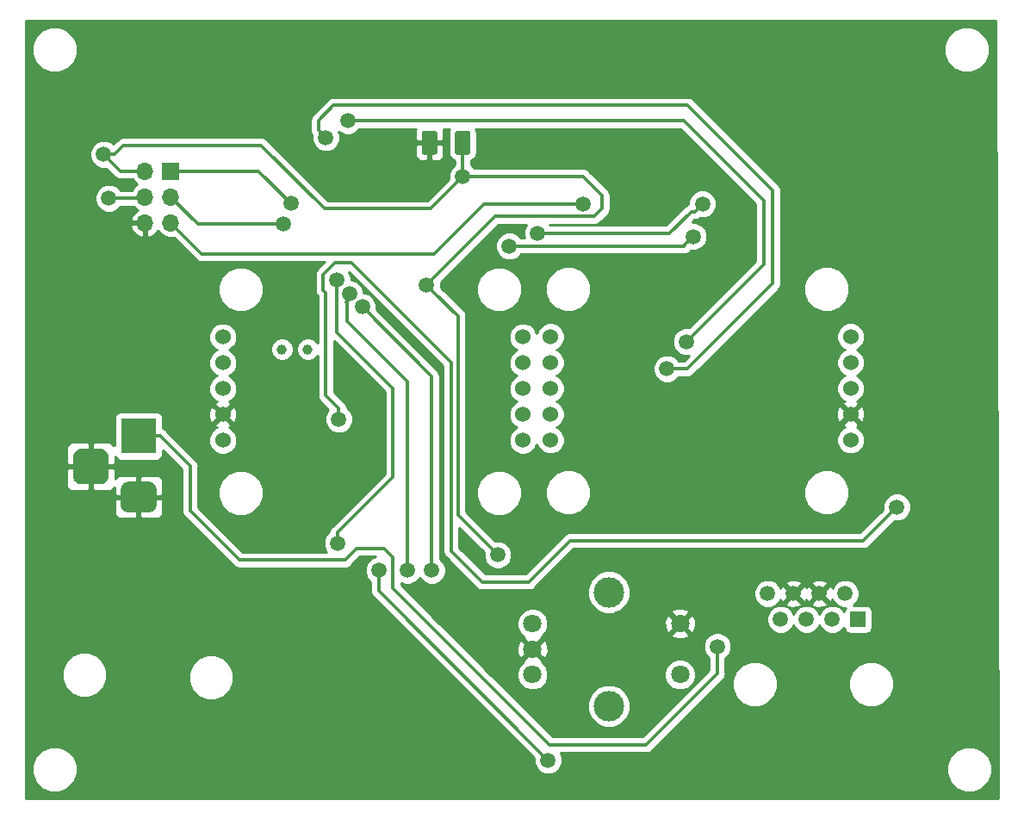
<source format=gbr>
G04 #@! TF.GenerationSoftware,KiCad,Pcbnew,(5.0.0)*
G04 #@! TF.CreationDate,2018-08-24T22:16:56+02:00*
G04 #@! TF.ProjectId,PullupCounter-MainBoard,50756C6C7570436F756E7465722D4D61,rev?*
G04 #@! TF.SameCoordinates,PX58c74b8PY7ecf228*
G04 #@! TF.FileFunction,Copper,L2,Bot,Signal*
G04 #@! TF.FilePolarity,Positive*
%FSLAX46Y46*%
G04 Gerber Fmt 4.6, Leading zero omitted, Abs format (unit mm)*
G04 Created by KiCad (PCBNEW (5.0.0)) date 08/24/18 22:16:56*
%MOMM*%
%LPD*%
G01*
G04 APERTURE LIST*
G04 #@! TA.AperFunction,ComponentPad*
%ADD10R,1.700000X1.700000*%
G04 #@! TD*
G04 #@! TA.AperFunction,ComponentPad*
%ADD11O,1.700000X1.700000*%
G04 #@! TD*
G04 #@! TA.AperFunction,ComponentPad*
%ADD12C,1.524000*%
G04 #@! TD*
G04 #@! TA.AperFunction,ComponentPad*
%ADD13C,1.000000*%
G04 #@! TD*
G04 #@! TA.AperFunction,Conductor*
%ADD14C,0.100000*%
G04 #@! TD*
G04 #@! TA.AperFunction,SMDPad,CuDef*
%ADD15C,1.500000*%
G04 #@! TD*
G04 #@! TA.AperFunction,ComponentPad*
%ADD16R,3.500000X3.500000*%
G04 #@! TD*
G04 #@! TA.AperFunction,ComponentPad*
%ADD17C,3.000000*%
G04 #@! TD*
G04 #@! TA.AperFunction,ComponentPad*
%ADD18C,3.500000*%
G04 #@! TD*
G04 #@! TA.AperFunction,ComponentPad*
%ADD19R,1.500000X1.500000*%
G04 #@! TD*
G04 #@! TA.AperFunction,ComponentPad*
%ADD20C,1.500000*%
G04 #@! TD*
G04 #@! TA.AperFunction,ComponentPad*
%ADD21C,1.800000*%
G04 #@! TD*
G04 #@! TA.AperFunction,ViaPad*
%ADD22C,1.500000*%
G04 #@! TD*
G04 #@! TA.AperFunction,Conductor*
%ADD23C,0.350000*%
G04 #@! TD*
G04 #@! TA.AperFunction,Conductor*
%ADD24C,0.254000*%
G04 #@! TD*
G04 APERTURE END LIST*
D10*
G04 #@! TO.P,J4,1*
G04 #@! TO.N,MISO*
X14986000Y62357000D03*
D11*
G04 #@! TO.P,J4,2*
G04 #@! TO.N,VCC*
X12446000Y62357000D03*
G04 #@! TO.P,J4,3*
G04 #@! TO.N,SCK*
X14986000Y59817000D03*
G04 #@! TO.P,J4,4*
G04 #@! TO.N,MOSI*
X12446000Y59817000D03*
G04 #@! TO.P,J4,5*
G04 #@! TO.N,reset_in*
X14986000Y57277000D03*
G04 #@! TO.P,J4,6*
G04 #@! TO.N,GND*
X12446000Y57277000D03*
G04 #@! TD*
D12*
G04 #@! TO.P,U5,1*
G04 #@! TO.N,VCC*
X20094000Y35894000D03*
G04 #@! TO.P,U5,2*
G04 #@! TO.N,GND*
X20094000Y38434000D03*
G04 #@! TO.P,U5,3*
G04 #@! TO.N,MOSI*
X20094000Y40974000D03*
G04 #@! TO.P,U5,4*
G04 #@! TO.N,CS*
X20094000Y43514000D03*
G04 #@! TO.P,U5,5*
G04 #@! TO.N,SCK*
X20094000Y46054000D03*
G04 #@! TO.P,U5,10*
G04 #@! TO.N,Net-(U5-Pad10)*
X49594000Y35894000D03*
G04 #@! TO.P,U5,9*
G04 #@! TO.N,Net-(U5-Pad9)*
X49594000Y38434000D03*
G04 #@! TO.P,U5,6*
G04 #@! TO.N,Net-(U5-Pad6)*
X49594000Y46054000D03*
G04 #@! TO.P,U5,8*
G04 #@! TO.N,Net-(U5-Pad8)*
X49594000Y40974000D03*
G04 #@! TO.P,U5,7*
G04 #@! TO.N,Net-(U5-Pad7)*
X49594000Y43514000D03*
G04 #@! TD*
D13*
G04 #@! TO.P,Y1,1*
G04 #@! TO.N,Net-(U2-Pad1)*
X25908000Y44831000D03*
G04 #@! TO.P,Y1,2*
G04 #@! TO.N,Net-(U2-Pad2)*
X28448000Y44831000D03*
G04 #@! TD*
D14*
G04 #@! TO.N,VCC*
G04 #@! TO.C,C3*
G36*
X44186504Y66324796D02*
X44210773Y66321196D01*
X44234571Y66315235D01*
X44257671Y66306970D01*
X44279849Y66296480D01*
X44300893Y66283867D01*
X44320598Y66269253D01*
X44338777Y66252777D01*
X44355253Y66234598D01*
X44369867Y66214893D01*
X44382480Y66193849D01*
X44392970Y66171671D01*
X44401235Y66148571D01*
X44407196Y66124773D01*
X44410796Y66100504D01*
X44412000Y66076000D01*
X44412000Y64226000D01*
X44410796Y64201496D01*
X44407196Y64177227D01*
X44401235Y64153429D01*
X44392970Y64130329D01*
X44382480Y64108151D01*
X44369867Y64087107D01*
X44355253Y64067402D01*
X44338777Y64049223D01*
X44320598Y64032747D01*
X44300893Y64018133D01*
X44279849Y64005520D01*
X44257671Y63995030D01*
X44234571Y63986765D01*
X44210773Y63980804D01*
X44186504Y63977204D01*
X44162000Y63976000D01*
X43162000Y63976000D01*
X43137496Y63977204D01*
X43113227Y63980804D01*
X43089429Y63986765D01*
X43066329Y63995030D01*
X43044151Y64005520D01*
X43023107Y64018133D01*
X43003402Y64032747D01*
X42985223Y64049223D01*
X42968747Y64067402D01*
X42954133Y64087107D01*
X42941520Y64108151D01*
X42931030Y64130329D01*
X42922765Y64153429D01*
X42916804Y64177227D01*
X42913204Y64201496D01*
X42912000Y64226000D01*
X42912000Y66076000D01*
X42913204Y66100504D01*
X42916804Y66124773D01*
X42922765Y66148571D01*
X42931030Y66171671D01*
X42941520Y66193849D01*
X42954133Y66214893D01*
X42968747Y66234598D01*
X42985223Y66252777D01*
X43003402Y66269253D01*
X43023107Y66283867D01*
X43044151Y66296480D01*
X43066329Y66306970D01*
X43089429Y66315235D01*
X43113227Y66321196D01*
X43137496Y66324796D01*
X43162000Y66326000D01*
X44162000Y66326000D01*
X44186504Y66324796D01*
X44186504Y66324796D01*
G37*
D15*
G04 #@! TD*
G04 #@! TO.P,C3,1*
G04 #@! TO.N,VCC*
X43662000Y65151000D03*
D14*
G04 #@! TO.N,GND*
G04 #@! TO.C,C3*
G36*
X40936504Y66324796D02*
X40960773Y66321196D01*
X40984571Y66315235D01*
X41007671Y66306970D01*
X41029849Y66296480D01*
X41050893Y66283867D01*
X41070598Y66269253D01*
X41088777Y66252777D01*
X41105253Y66234598D01*
X41119867Y66214893D01*
X41132480Y66193849D01*
X41142970Y66171671D01*
X41151235Y66148571D01*
X41157196Y66124773D01*
X41160796Y66100504D01*
X41162000Y66076000D01*
X41162000Y64226000D01*
X41160796Y64201496D01*
X41157196Y64177227D01*
X41151235Y64153429D01*
X41142970Y64130329D01*
X41132480Y64108151D01*
X41119867Y64087107D01*
X41105253Y64067402D01*
X41088777Y64049223D01*
X41070598Y64032747D01*
X41050893Y64018133D01*
X41029849Y64005520D01*
X41007671Y63995030D01*
X40984571Y63986765D01*
X40960773Y63980804D01*
X40936504Y63977204D01*
X40912000Y63976000D01*
X39912000Y63976000D01*
X39887496Y63977204D01*
X39863227Y63980804D01*
X39839429Y63986765D01*
X39816329Y63995030D01*
X39794151Y64005520D01*
X39773107Y64018133D01*
X39753402Y64032747D01*
X39735223Y64049223D01*
X39718747Y64067402D01*
X39704133Y64087107D01*
X39691520Y64108151D01*
X39681030Y64130329D01*
X39672765Y64153429D01*
X39666804Y64177227D01*
X39663204Y64201496D01*
X39662000Y64226000D01*
X39662000Y66076000D01*
X39663204Y66100504D01*
X39666804Y66124773D01*
X39672765Y66148571D01*
X39681030Y66171671D01*
X39691520Y66193849D01*
X39704133Y66214893D01*
X39718747Y66234598D01*
X39735223Y66252777D01*
X39753402Y66269253D01*
X39773107Y66283867D01*
X39794151Y66296480D01*
X39816329Y66306970D01*
X39839429Y66315235D01*
X39863227Y66321196D01*
X39887496Y66324796D01*
X39912000Y66326000D01*
X40912000Y66326000D01*
X40936504Y66324796D01*
X40936504Y66324796D01*
G37*
D15*
G04 #@! TD*
G04 #@! TO.P,C3,2*
G04 #@! TO.N,GND*
X40412000Y65151000D03*
D16*
G04 #@! TO.P,J1,1*
G04 #@! TO.N,+12V*
X11811000Y36322000D03*
D14*
G04 #@! TD*
G04 #@! TO.N,GND*
G04 #@! TO.C,J1*
G36*
X12884513Y31818389D02*
X12957318Y31807589D01*
X13028714Y31789705D01*
X13098013Y31764910D01*
X13164548Y31733441D01*
X13227678Y31695602D01*
X13286795Y31651758D01*
X13341330Y31602330D01*
X13390758Y31547795D01*
X13434602Y31488678D01*
X13472441Y31425548D01*
X13503910Y31359013D01*
X13528705Y31289714D01*
X13546589Y31218318D01*
X13557389Y31145513D01*
X13561000Y31072000D01*
X13561000Y29572000D01*
X13557389Y29498487D01*
X13546589Y29425682D01*
X13528705Y29354286D01*
X13503910Y29284987D01*
X13472441Y29218452D01*
X13434602Y29155322D01*
X13390758Y29096205D01*
X13341330Y29041670D01*
X13286795Y28992242D01*
X13227678Y28948398D01*
X13164548Y28910559D01*
X13098013Y28879090D01*
X13028714Y28854295D01*
X12957318Y28836411D01*
X12884513Y28825611D01*
X12811000Y28822000D01*
X10811000Y28822000D01*
X10737487Y28825611D01*
X10664682Y28836411D01*
X10593286Y28854295D01*
X10523987Y28879090D01*
X10457452Y28910559D01*
X10394322Y28948398D01*
X10335205Y28992242D01*
X10280670Y29041670D01*
X10231242Y29096205D01*
X10187398Y29155322D01*
X10149559Y29218452D01*
X10118090Y29284987D01*
X10093295Y29354286D01*
X10075411Y29425682D01*
X10064611Y29498487D01*
X10061000Y29572000D01*
X10061000Y31072000D01*
X10064611Y31145513D01*
X10075411Y31218318D01*
X10093295Y31289714D01*
X10118090Y31359013D01*
X10149559Y31425548D01*
X10187398Y31488678D01*
X10231242Y31547795D01*
X10280670Y31602330D01*
X10335205Y31651758D01*
X10394322Y31695602D01*
X10457452Y31733441D01*
X10523987Y31764910D01*
X10593286Y31789705D01*
X10664682Y31807589D01*
X10737487Y31818389D01*
X10811000Y31822000D01*
X12811000Y31822000D01*
X12884513Y31818389D01*
X12884513Y31818389D01*
G37*
D17*
G04 #@! TO.P,J1,2*
G04 #@! TO.N,GND*
X11811000Y30322000D03*
D14*
G04 #@! TD*
G04 #@! TO.N,GND*
G04 #@! TO.C,J1*
G36*
X8071765Y35067787D02*
X8156704Y35055187D01*
X8239999Y35034323D01*
X8320848Y35005395D01*
X8398472Y34968681D01*
X8472124Y34924536D01*
X8541094Y34873384D01*
X8604718Y34815718D01*
X8662384Y34752094D01*
X8713536Y34683124D01*
X8757681Y34609472D01*
X8794395Y34531848D01*
X8823323Y34450999D01*
X8844187Y34367704D01*
X8856787Y34282765D01*
X8861000Y34197000D01*
X8861000Y32447000D01*
X8856787Y32361235D01*
X8844187Y32276296D01*
X8823323Y32193001D01*
X8794395Y32112152D01*
X8757681Y32034528D01*
X8713536Y31960876D01*
X8662384Y31891906D01*
X8604718Y31828282D01*
X8541094Y31770616D01*
X8472124Y31719464D01*
X8398472Y31675319D01*
X8320848Y31638605D01*
X8239999Y31609677D01*
X8156704Y31588813D01*
X8071765Y31576213D01*
X7986000Y31572000D01*
X6236000Y31572000D01*
X6150235Y31576213D01*
X6065296Y31588813D01*
X5982001Y31609677D01*
X5901152Y31638605D01*
X5823528Y31675319D01*
X5749876Y31719464D01*
X5680906Y31770616D01*
X5617282Y31828282D01*
X5559616Y31891906D01*
X5508464Y31960876D01*
X5464319Y32034528D01*
X5427605Y32112152D01*
X5398677Y32193001D01*
X5377813Y32276296D01*
X5365213Y32361235D01*
X5361000Y32447000D01*
X5361000Y34197000D01*
X5365213Y34282765D01*
X5377813Y34367704D01*
X5398677Y34450999D01*
X5427605Y34531848D01*
X5464319Y34609472D01*
X5508464Y34683124D01*
X5559616Y34752094D01*
X5617282Y34815718D01*
X5680906Y34873384D01*
X5749876Y34924536D01*
X5823528Y34968681D01*
X5901152Y35005395D01*
X5982001Y35034323D01*
X6065296Y35055187D01*
X6150235Y35067787D01*
X6236000Y35072000D01*
X7986000Y35072000D01*
X8071765Y35067787D01*
X8071765Y35067787D01*
G37*
D18*
G04 #@! TO.P,J1,3*
G04 #@! TO.N,GND*
X7111000Y33322000D03*
G04 #@! TD*
D19*
G04 #@! TO.P,J3,1*
G04 #@! TO.N,Trig+*
X82550000Y18288000D03*
D20*
G04 #@! TO.P,J3,2*
G04 #@! TO.N,Trig-*
X81280000Y20828000D03*
G04 #@! TO.P,J3,3*
G04 #@! TO.N,+12V*
X80010000Y18288000D03*
G04 #@! TO.P,J3,4*
G04 #@! TO.N,GND*
X78740000Y20828000D03*
G04 #@! TO.P,J3,5*
G04 #@! TO.N,+12V*
X77470000Y18288000D03*
G04 #@! TO.P,J3,6*
G04 #@! TO.N,GND*
X76200000Y20828000D03*
G04 #@! TO.P,J3,7*
G04 #@! TO.N,Echo-*
X74930000Y18288000D03*
G04 #@! TO.P,J3,8*
G04 #@! TO.N,Echo+*
X73660000Y20828000D03*
G04 #@! TD*
D12*
G04 #@! TO.P,U8,7*
G04 #@! TO.N,Net-(U8-Pad7)*
X81804000Y43545000D03*
G04 #@! TO.P,U8,8*
G04 #@! TO.N,Net-(U8-Pad8)*
X81804000Y41005000D03*
G04 #@! TO.P,U8,6*
G04 #@! TO.N,Net-(U8-Pad6)*
X81804000Y46085000D03*
G04 #@! TO.P,U8,9*
G04 #@! TO.N,GND*
X81804000Y38465000D03*
G04 #@! TO.P,U8,10*
G04 #@! TO.N,VCC*
X81804000Y35925000D03*
G04 #@! TO.P,U8,5*
G04 #@! TO.N,Net-(U5-Pad6)*
X52304000Y46085000D03*
G04 #@! TO.P,U8,4*
G04 #@! TO.N,Net-(U5-Pad7)*
X52304000Y43545000D03*
G04 #@! TO.P,U8,3*
G04 #@! TO.N,Net-(U5-Pad8)*
X52304000Y41005000D03*
G04 #@! TO.P,U8,2*
G04 #@! TO.N,Net-(U5-Pad9)*
X52304000Y38465000D03*
G04 #@! TO.P,U8,1*
G04 #@! TO.N,Net-(U5-Pad10)*
X52304000Y35925000D03*
G04 #@! TD*
D21*
G04 #@! TO.P,ROT1,4*
G04 #@! TO.N,Net-(R1-Pad2)*
X65039000Y12867000D03*
G04 #@! TO.P,ROT1,3*
G04 #@! TO.N,Net-(R4-Pad2)*
X50539000Y12867000D03*
G04 #@! TO.P,ROT1,2*
G04 #@! TO.N,GND*
X50539000Y15367000D03*
G04 #@! TO.P,ROT1,1*
G04 #@! TO.N,Net-(R3-Pad2)*
X50539000Y17867000D03*
G04 #@! TO.P,ROT1,5*
G04 #@! TO.N,GND*
X65039000Y17867000D03*
D17*
G04 #@! TO.P,ROT1,*
G04 #@! TO.N,*
X58039000Y20967000D03*
X58039000Y9767000D03*
G04 #@! TD*
D22*
G04 #@! TO.N,VCC*
X8382000Y64008000D03*
X43688000Y61849000D03*
X40132000Y51181000D03*
X47117000Y24638000D03*
G04 #@! TO.N,GND*
X76148084Y23412990D03*
G04 #@! TO.N,Echo*
X30226000Y65659000D03*
X63754000Y42926000D03*
G04 #@! TO.N,Net-(C12-Pad1)*
X52070000Y4445000D03*
X35433000Y23114000D03*
G04 #@! TO.N,Trig*
X32385000Y67310000D03*
X65659000Y45593000D03*
G04 #@! TO.N,reset_in*
X55515437Y59137010D03*
G04 #@! TO.N,+12V*
X68706998Y15621000D03*
G04 #@! TO.N,+BATT*
X31496000Y37973000D03*
X86360000Y29337000D03*
G04 #@! TO.N,encA*
X33791148Y49011139D03*
X40640000Y23114000D03*
G04 #@! TO.N,encB*
X32545067Y50310110D03*
X38227000Y23113998D03*
G04 #@! TO.N,encBTN*
X31369000Y25781000D03*
X31320057Y51685631D03*
G04 #@! TO.N,MOSI*
X8890000Y59690000D03*
G04 #@! TO.N,MISO*
X26797000Y59182000D03*
G04 #@! TO.N,SCK*
X26035000Y57150000D03*
G04 #@! TO.N,RXI*
X48260000Y54991000D03*
X66340433Y55941752D03*
G04 #@! TO.N,TX0*
X51054000Y56261000D03*
X67235228Y59142799D03*
G04 #@! TD*
D23*
G04 #@! TO.N,VCC*
X9442660Y64008000D02*
X10331660Y64897000D01*
X8382000Y64008000D02*
X9442660Y64008000D01*
X10331660Y64897000D02*
X23876000Y64897000D01*
X23876000Y64897000D02*
X30099000Y58674000D01*
X30099000Y58674000D02*
X40513000Y58674000D01*
X40513000Y58674000D02*
X43688000Y61849000D01*
X43662000Y61875000D02*
X43688000Y61849000D01*
X43662000Y65151000D02*
X43662000Y61875000D01*
X10033000Y62357000D02*
X8382000Y64008000D01*
X12446000Y62357000D02*
X10033000Y62357000D01*
X55499000Y61849000D02*
X43688000Y61849000D01*
X57404000Y59944000D02*
X55499000Y61849000D01*
X57404000Y58674000D02*
X57404000Y59944000D01*
X56642000Y57912000D02*
X57404000Y58674000D01*
X40132000Y51181000D02*
X46863000Y57912000D01*
X46863000Y57912000D02*
X56642000Y57912000D01*
X47117000Y24638000D02*
X43195011Y28559989D01*
X43195011Y28559989D02*
X43195011Y48117989D01*
X40881999Y50431001D02*
X40132000Y51181000D01*
X43195011Y48117989D02*
X40881999Y50431001D01*
G04 #@! TO.N,Echo*
X65786000Y42926000D02*
X63754000Y42926000D01*
X30226000Y65659000D02*
X29476001Y66408999D01*
X29476001Y66408999D02*
X29476001Y67322001D01*
X29476001Y67322001D02*
X30988000Y68834000D01*
X30988000Y68834000D02*
X65786000Y68834000D01*
X74168000Y51308000D02*
X65786000Y42926000D01*
X65786000Y68834000D02*
X74168000Y60452000D01*
X74168000Y60452000D02*
X74168000Y51308000D01*
G04 #@! TO.N,Net-(C12-Pad1)*
X52070000Y4445000D02*
X35433000Y21082000D01*
X35433000Y22053340D02*
X35433000Y23114000D01*
X35433000Y21082000D02*
X35433000Y22053340D01*
G04 #@! TO.N,Trig*
X32385000Y67310000D02*
X65405000Y67310000D01*
X65405000Y67310000D02*
X73279000Y59436000D01*
X73279000Y59436000D02*
X73279000Y53213000D01*
X66408999Y46342999D02*
X65659000Y45593000D01*
X73279000Y53213000D02*
X66408999Y46342999D01*
G04 #@! TO.N,reset_in*
X14986000Y57277000D02*
X18018990Y54244010D01*
X18018990Y54244010D02*
X40849540Y54244010D01*
X45742540Y59137010D02*
X54454777Y59137010D01*
X54454777Y59137010D02*
X55515437Y59137010D01*
X40849540Y54244010D02*
X45742540Y59137010D01*
G04 #@! TO.N,+12V*
X68706998Y15621000D02*
X68706998Y12953998D01*
X68706998Y12953998D02*
X61722000Y5969000D01*
X61722000Y5969000D02*
X52197000Y5969000D01*
X52197000Y5969000D02*
X36830000Y21336000D01*
X36830000Y21336000D02*
X36830000Y24384000D01*
X36830000Y24384000D02*
X35941000Y25273000D01*
X35941000Y25273000D02*
X33274000Y25273000D01*
X33274000Y25273000D02*
X32131000Y24130000D01*
X32131000Y24130000D02*
X21717000Y24130000D01*
X21717000Y24130000D02*
X16891000Y28956000D01*
X16891000Y33342000D02*
X16891000Y32004000D01*
X13911000Y36322000D02*
X16891000Y33342000D01*
X11811000Y36322000D02*
X13911000Y36322000D01*
X16891000Y28956000D02*
X16891000Y32004000D01*
G04 #@! TO.N,+BATT*
X83058000Y26035000D02*
X86360000Y29337000D01*
X54229000Y26035000D02*
X83058000Y26035000D01*
X50165000Y21971000D02*
X54229000Y26035000D01*
X45593000Y21971000D02*
X50165000Y21971000D01*
X32766000Y53340000D02*
X42545000Y43561000D01*
X42545000Y25019000D02*
X45593000Y21971000D01*
X42545000Y43561000D02*
X42545000Y25019000D01*
X31115000Y53340000D02*
X32766000Y53340000D01*
X31496000Y37973000D02*
X31496000Y39033660D01*
X31496000Y39033660D02*
X30226000Y40303660D01*
X30226000Y40303660D02*
X30226000Y50419000D01*
X30226000Y50419000D02*
X29972000Y50673000D01*
X29972000Y50673000D02*
X29972000Y52197000D01*
X29972000Y52197000D02*
X31115000Y53340000D01*
G04 #@! TO.N,encA*
X33528000Y48747991D02*
X33791148Y49011139D01*
X33528000Y48514000D02*
X33528000Y48747991D01*
X33791148Y49011139D02*
X40640000Y42162287D01*
X40640000Y42162287D02*
X40640000Y24174660D01*
X40640000Y24174660D02*
X40640000Y23114000D01*
G04 #@! TO.N,encB*
X32267184Y49500013D02*
X32258000Y49490829D01*
X32267184Y49500013D02*
X32267184Y50032227D01*
X32267184Y50032227D02*
X32545067Y50310110D01*
X32267184Y49500013D02*
X32267184Y47615816D01*
X32267184Y47615816D02*
X38227000Y41656000D01*
X38227000Y24174658D02*
X38227000Y23113998D01*
X38227000Y41656000D02*
X38227000Y24174658D01*
G04 #@! TO.N,encBTN*
X30852759Y51685631D02*
X31320057Y51685631D01*
X31369000Y26841660D02*
X36830000Y32302660D01*
X31369000Y25781000D02*
X31369000Y26841660D01*
X36830000Y32302660D02*
X36830000Y41021000D01*
X36830000Y41021000D02*
X31320057Y46530943D01*
X31320057Y46530943D02*
X31320057Y51685631D01*
G04 #@! TO.N,MOSI*
X12319000Y59690000D02*
X12446000Y59817000D01*
X8890000Y59690000D02*
X12319000Y59690000D01*
G04 #@! TO.N,MISO*
X14986000Y62357000D02*
X16186000Y62357000D01*
X16186000Y62357000D02*
X23622000Y62357000D01*
X23622000Y62357000D02*
X26797000Y59182000D01*
G04 #@! TO.N,SCK*
X24974340Y57150000D02*
X26035000Y57150000D01*
X14986000Y59817000D02*
X17653000Y57150000D01*
X17653000Y57150000D02*
X24974340Y57150000D01*
G04 #@! TO.N,RXI*
X48260000Y54991000D02*
X65389681Y54991000D01*
X65389681Y54991000D02*
X65590434Y55191753D01*
X65590434Y55191753D02*
X66340433Y55941752D01*
G04 #@! TO.N,TX0*
X66485229Y58392800D02*
X67235228Y59142799D01*
X51054000Y56261000D02*
X64009247Y56261000D01*
X64009247Y56261000D02*
X66141047Y58392800D01*
X66141047Y58392800D02*
X66485229Y58392800D01*
G04 #@! TD*
D24*
G04 #@! TO.N,GND*
G36*
X96315680Y710000D02*
X710000Y710000D01*
X710000Y4000569D01*
X1321000Y4000569D01*
X1321000Y3111431D01*
X1661259Y2289974D01*
X2289974Y1661259D01*
X3111431Y1321000D01*
X4000569Y1321000D01*
X4822026Y1661259D01*
X5450741Y2289974D01*
X5791000Y3111431D01*
X5791000Y4000569D01*
X5450741Y4822026D01*
X4822026Y5450741D01*
X4000569Y5791000D01*
X3111431Y5791000D01*
X2289974Y5450741D01*
X1661259Y4822026D01*
X1321000Y4000569D01*
X710000Y4000569D01*
X710000Y13271569D01*
X4242000Y13271569D01*
X4242000Y12382431D01*
X4582259Y11560974D01*
X5210974Y10932259D01*
X6032431Y10592000D01*
X6921569Y10592000D01*
X7743026Y10932259D01*
X8371741Y11560974D01*
X8712000Y12382431D01*
X8712000Y13017569D01*
X16688000Y13017569D01*
X16688000Y12128431D01*
X17028259Y11306974D01*
X17656974Y10678259D01*
X18478431Y10338000D01*
X19367569Y10338000D01*
X20189026Y10678259D01*
X20817741Y11306974D01*
X21158000Y12128431D01*
X21158000Y13017569D01*
X20817741Y13839026D01*
X20189026Y14467741D01*
X19367569Y14808000D01*
X18478431Y14808000D01*
X17656974Y14467741D01*
X17028259Y13839026D01*
X16688000Y13017569D01*
X8712000Y13017569D01*
X8712000Y13271569D01*
X8371741Y14093026D01*
X7743026Y14721741D01*
X6921569Y15062000D01*
X6032431Y15062000D01*
X5210974Y14721741D01*
X4582259Y14093026D01*
X4242000Y13271569D01*
X710000Y13271569D01*
X710000Y30036250D01*
X9426000Y30036250D01*
X9426000Y28695691D01*
X9522673Y28462302D01*
X9701301Y28283673D01*
X9934690Y28187000D01*
X11525250Y28187000D01*
X11684000Y28345750D01*
X11684000Y30195000D01*
X11938000Y30195000D01*
X11938000Y28345750D01*
X12096750Y28187000D01*
X13687310Y28187000D01*
X13920699Y28283673D01*
X14099327Y28462302D01*
X14196000Y28695691D01*
X14196000Y30036250D01*
X14037250Y30195000D01*
X11938000Y30195000D01*
X11684000Y30195000D01*
X9584750Y30195000D01*
X9426000Y30036250D01*
X710000Y30036250D01*
X710000Y33036250D01*
X4726000Y33036250D01*
X4726000Y31445691D01*
X4822673Y31212302D01*
X5001301Y31033673D01*
X5234690Y30937000D01*
X6825250Y30937000D01*
X6984000Y31095750D01*
X6984000Y33195000D01*
X7238000Y33195000D01*
X7238000Y31095750D01*
X7396750Y30937000D01*
X8987310Y30937000D01*
X9220699Y31033673D01*
X9399327Y31212302D01*
X9426000Y31276696D01*
X9426000Y30607750D01*
X9584750Y30449000D01*
X11684000Y30449000D01*
X11684000Y32298250D01*
X11938000Y32298250D01*
X11938000Y30449000D01*
X14037250Y30449000D01*
X14196000Y30607750D01*
X14196000Y31948309D01*
X14099327Y32181698D01*
X13920699Y32360327D01*
X13687310Y32457000D01*
X12096750Y32457000D01*
X11938000Y32298250D01*
X11684000Y32298250D01*
X11525250Y32457000D01*
X9934690Y32457000D01*
X9701301Y32360327D01*
X9522673Y32181698D01*
X9496000Y32117304D01*
X9496000Y33036250D01*
X9337250Y33195000D01*
X7238000Y33195000D01*
X6984000Y33195000D01*
X4884750Y33195000D01*
X4726000Y33036250D01*
X710000Y33036250D01*
X710000Y35198309D01*
X4726000Y35198309D01*
X4726000Y33607750D01*
X4884750Y33449000D01*
X6984000Y33449000D01*
X6984000Y35548250D01*
X6825250Y35707000D01*
X5234690Y35707000D01*
X5001301Y35610327D01*
X4822673Y35431698D01*
X4726000Y35198309D01*
X710000Y35198309D01*
X710000Y46331881D01*
X18697000Y46331881D01*
X18697000Y45776119D01*
X18909680Y45262663D01*
X19302663Y44869680D01*
X19509513Y44784000D01*
X19302663Y44698320D01*
X18909680Y44305337D01*
X18697000Y43791881D01*
X18697000Y43236119D01*
X18909680Y42722663D01*
X19302663Y42329680D01*
X19509513Y42244000D01*
X19302663Y42158320D01*
X18909680Y41765337D01*
X18697000Y41251881D01*
X18697000Y40696119D01*
X18909680Y40182663D01*
X19302663Y39789680D01*
X19493647Y39710572D01*
X19362857Y39656397D01*
X19293392Y39414213D01*
X20094000Y38613605D01*
X20894608Y39414213D01*
X20825143Y39656397D01*
X20684607Y39706535D01*
X20885337Y39789680D01*
X21278320Y40182663D01*
X21491000Y40696119D01*
X21491000Y41251881D01*
X21278320Y41765337D01*
X20885337Y42158320D01*
X20678487Y42244000D01*
X20885337Y42329680D01*
X21278320Y42722663D01*
X21491000Y43236119D01*
X21491000Y43791881D01*
X21278320Y44305337D01*
X20885337Y44698320D01*
X20678487Y44784000D01*
X20885337Y44869680D01*
X21072423Y45056766D01*
X24773000Y45056766D01*
X24773000Y44605234D01*
X24945793Y44188074D01*
X25265074Y43868793D01*
X25682234Y43696000D01*
X26133766Y43696000D01*
X26550926Y43868793D01*
X26870207Y44188074D01*
X27043000Y44605234D01*
X27043000Y45056766D01*
X26870207Y45473926D01*
X26550926Y45793207D01*
X26133766Y45966000D01*
X25682234Y45966000D01*
X25265074Y45793207D01*
X24945793Y45473926D01*
X24773000Y45056766D01*
X21072423Y45056766D01*
X21278320Y45262663D01*
X21491000Y45776119D01*
X21491000Y46331881D01*
X21278320Y46845337D01*
X20885337Y47238320D01*
X20371881Y47451000D01*
X19816119Y47451000D01*
X19302663Y47238320D01*
X18909680Y46845337D01*
X18697000Y46331881D01*
X710000Y46331881D01*
X710000Y51178569D01*
X19609000Y51178569D01*
X19609000Y50289431D01*
X19949259Y49467974D01*
X20577974Y48839259D01*
X21399431Y48499000D01*
X22288569Y48499000D01*
X23110026Y48839259D01*
X23738741Y49467974D01*
X24079000Y50289431D01*
X24079000Y51178569D01*
X23738741Y52000026D01*
X23110026Y52628741D01*
X22288569Y52969000D01*
X21399431Y52969000D01*
X20577974Y52628741D01*
X19949259Y52000026D01*
X19609000Y51178569D01*
X710000Y51178569D01*
X710000Y56920110D01*
X11004524Y56920110D01*
X11174355Y56510076D01*
X11564642Y56081817D01*
X12089108Y55835514D01*
X12319000Y55956181D01*
X12319000Y57150000D01*
X11125845Y57150000D01*
X11004524Y56920110D01*
X710000Y56920110D01*
X710000Y64283494D01*
X6997000Y64283494D01*
X6997000Y63732506D01*
X7207853Y63223460D01*
X7597460Y62833853D01*
X8106506Y62623000D01*
X8621488Y62623000D01*
X9403834Y61840653D01*
X9449023Y61773023D01*
X9516652Y61727835D01*
X9716953Y61593997D01*
X10033000Y61531132D01*
X10112774Y61547000D01*
X11201231Y61547000D01*
X11375375Y61286375D01*
X11673761Y61087000D01*
X11375375Y60887625D01*
X11116372Y60500000D01*
X10038687Y60500000D01*
X9674540Y60864147D01*
X9165494Y61075000D01*
X8614506Y61075000D01*
X8105460Y60864147D01*
X7715853Y60474540D01*
X7505000Y59965494D01*
X7505000Y59414506D01*
X7715853Y58905460D01*
X8105460Y58515853D01*
X8614506Y58305000D01*
X9165494Y58305000D01*
X9674540Y58515853D01*
X10038687Y58880000D01*
X11286090Y58880000D01*
X11375375Y58746375D01*
X11694478Y58533157D01*
X11564642Y58472183D01*
X11174355Y58043924D01*
X11004524Y57633890D01*
X11125845Y57404000D01*
X12319000Y57404000D01*
X12319000Y57424000D01*
X12573000Y57424000D01*
X12573000Y57404000D01*
X12593000Y57404000D01*
X12593000Y57150000D01*
X12573000Y57150000D01*
X12573000Y55956181D01*
X12802892Y55835514D01*
X13327358Y56081817D01*
X13714647Y56506786D01*
X13915375Y56206375D01*
X14406582Y55878161D01*
X14839744Y55792000D01*
X15132256Y55792000D01*
X15293429Y55824059D01*
X17389824Y53727663D01*
X17435013Y53660033D01*
X17502642Y53614845D01*
X17702943Y53481007D01*
X18018990Y53418142D01*
X18098764Y53434010D01*
X30063497Y53434010D01*
X29455654Y52826166D01*
X29388024Y52780977D01*
X29342835Y52713347D01*
X29208998Y52513046D01*
X29146132Y52197000D01*
X29162001Y52117222D01*
X29162000Y50752774D01*
X29146132Y50673000D01*
X29162000Y50593227D01*
X29208997Y50356955D01*
X29388023Y50089023D01*
X29416001Y50070329D01*
X29416001Y45459939D01*
X29410207Y45473926D01*
X29090926Y45793207D01*
X28673766Y45966000D01*
X28222234Y45966000D01*
X27805074Y45793207D01*
X27485793Y45473926D01*
X27313000Y45056766D01*
X27313000Y44605234D01*
X27485793Y44188074D01*
X27805074Y43868793D01*
X28222234Y43696000D01*
X28673766Y43696000D01*
X29090926Y43868793D01*
X29410207Y44188074D01*
X29416000Y44202061D01*
X29416000Y40383433D01*
X29400132Y40303660D01*
X29416000Y40223887D01*
X29462997Y39987615D01*
X29642023Y39719683D01*
X29709656Y39674492D01*
X30474230Y38909917D01*
X30321853Y38757540D01*
X30111000Y38248494D01*
X30111000Y37697506D01*
X30321853Y37188460D01*
X30711460Y36798853D01*
X31220506Y36588000D01*
X31771494Y36588000D01*
X32280540Y36798853D01*
X32670147Y37188460D01*
X32881000Y37697506D01*
X32881000Y38248494D01*
X32670147Y38757540D01*
X32303951Y39123736D01*
X32299294Y39147147D01*
X32259003Y39349706D01*
X32079977Y39617637D01*
X32012347Y39662826D01*
X31036000Y40639172D01*
X31036000Y45669488D01*
X36020001Y40685486D01*
X36020000Y32638173D01*
X30852654Y27470826D01*
X30785024Y27425637D01*
X30739835Y27358007D01*
X30605998Y27157706D01*
X30561049Y26931736D01*
X30194853Y26565540D01*
X29984000Y26056494D01*
X29984000Y25505506D01*
X30194853Y24996460D01*
X30251313Y24940000D01*
X22052513Y24940000D01*
X17701000Y29291512D01*
X17701000Y31178569D01*
X19609000Y31178569D01*
X19609000Y30289431D01*
X19949259Y29467974D01*
X20577974Y28839259D01*
X21399431Y28499000D01*
X22288569Y28499000D01*
X23110026Y28839259D01*
X23738741Y29467974D01*
X24079000Y30289431D01*
X24079000Y31178569D01*
X23738741Y32000026D01*
X23110026Y32628741D01*
X22288569Y32969000D01*
X21399431Y32969000D01*
X20577974Y32628741D01*
X19949259Y32000026D01*
X19609000Y31178569D01*
X17701000Y31178569D01*
X17701000Y33262231D01*
X17716867Y33342001D01*
X17701000Y33421770D01*
X17701000Y33421774D01*
X17654003Y33658046D01*
X17474977Y33925977D01*
X17407347Y33971166D01*
X15206632Y36171881D01*
X18697000Y36171881D01*
X18697000Y35616119D01*
X18909680Y35102663D01*
X19302663Y34709680D01*
X19816119Y34497000D01*
X20371881Y34497000D01*
X20885337Y34709680D01*
X21278320Y35102663D01*
X21491000Y35616119D01*
X21491000Y36171881D01*
X21278320Y36685337D01*
X20885337Y37078320D01*
X20694353Y37157428D01*
X20825143Y37211603D01*
X20894608Y37453787D01*
X20094000Y38254395D01*
X19293392Y37453787D01*
X19362857Y37211603D01*
X19503393Y37161465D01*
X19302663Y37078320D01*
X18909680Y36685337D01*
X18697000Y36171881D01*
X15206632Y36171881D01*
X14540168Y36838344D01*
X14494977Y36905977D01*
X14227046Y37085003D01*
X14208440Y37088704D01*
X14208440Y38072000D01*
X14159157Y38319765D01*
X14018809Y38529809D01*
X13851357Y38641698D01*
X18684856Y38641698D01*
X18712638Y38086632D01*
X18871603Y37702857D01*
X19113787Y37633392D01*
X19914395Y38434000D01*
X20273605Y38434000D01*
X21074213Y37633392D01*
X21316397Y37702857D01*
X21503144Y38226302D01*
X21475362Y38781368D01*
X21316397Y39165143D01*
X21074213Y39234608D01*
X20273605Y38434000D01*
X19914395Y38434000D01*
X19113787Y39234608D01*
X18871603Y39165143D01*
X18684856Y38641698D01*
X13851357Y38641698D01*
X13808765Y38670157D01*
X13561000Y38719440D01*
X10061000Y38719440D01*
X9813235Y38670157D01*
X9603191Y38529809D01*
X9462843Y38319765D01*
X9413560Y38072000D01*
X9413560Y35397337D01*
X9399327Y35431698D01*
X9220699Y35610327D01*
X8987310Y35707000D01*
X7396750Y35707000D01*
X7238000Y35548250D01*
X7238000Y33449000D01*
X9337250Y33449000D01*
X9496000Y33607750D01*
X9496000Y34274612D01*
X9603191Y34114191D01*
X9813235Y33973843D01*
X10061000Y33924560D01*
X13561000Y33924560D01*
X13808765Y33973843D01*
X14018809Y34114191D01*
X14159157Y34324235D01*
X14208440Y34572000D01*
X14208440Y34879048D01*
X16081000Y33006487D01*
X16081001Y32083774D01*
X16081000Y29035773D01*
X16065132Y28956000D01*
X16081000Y28876227D01*
X16127997Y28639955D01*
X16307023Y28372023D01*
X16374656Y28326832D01*
X21087834Y23613653D01*
X21133023Y23546023D01*
X21200652Y23500835D01*
X21400953Y23366997D01*
X21717000Y23304132D01*
X21796774Y23320000D01*
X32051227Y23320000D01*
X32131000Y23304132D01*
X32210773Y23320000D01*
X32210774Y23320000D01*
X32447046Y23366997D01*
X32714977Y23546023D01*
X32760168Y23613656D01*
X33609513Y24463000D01*
X35070594Y24463000D01*
X34648460Y24288147D01*
X34258853Y23898540D01*
X34048000Y23389494D01*
X34048000Y22838506D01*
X34258853Y22329460D01*
X34623001Y21965312D01*
X34623000Y21161774D01*
X34607132Y21082000D01*
X34623000Y21002227D01*
X34669997Y20765955D01*
X34849023Y20498023D01*
X34916656Y20452832D01*
X50685000Y4684487D01*
X50685000Y4169506D01*
X50895853Y3660460D01*
X51285460Y3270853D01*
X51794506Y3060000D01*
X52345494Y3060000D01*
X52854540Y3270853D01*
X53244147Y3660460D01*
X53385024Y4000569D01*
X91237000Y4000569D01*
X91237000Y3111431D01*
X91577259Y2289974D01*
X92205974Y1661259D01*
X93027431Y1321000D01*
X93916569Y1321000D01*
X94738026Y1661259D01*
X95366741Y2289974D01*
X95707000Y3111431D01*
X95707000Y4000569D01*
X95366741Y4822026D01*
X94738026Y5450741D01*
X93916569Y5791000D01*
X93027431Y5791000D01*
X92205974Y5450741D01*
X91577259Y4822026D01*
X91237000Y4000569D01*
X53385024Y4000569D01*
X53455000Y4169506D01*
X53455000Y4720494D01*
X53273366Y5159000D01*
X61642227Y5159000D01*
X61722000Y5143132D01*
X61801773Y5159000D01*
X61801774Y5159000D01*
X62038046Y5205997D01*
X62305977Y5385023D01*
X62351168Y5452656D01*
X69223345Y12324832D01*
X69290975Y12370021D01*
X69299359Y12382569D01*
X70155000Y12382569D01*
X70155000Y11493431D01*
X70495259Y10671974D01*
X71123974Y10043259D01*
X71945431Y9703000D01*
X72834569Y9703000D01*
X73656026Y10043259D01*
X74284741Y10671974D01*
X74625000Y11493431D01*
X74625000Y12382569D01*
X81585000Y12382569D01*
X81585000Y11493431D01*
X81925259Y10671974D01*
X82553974Y10043259D01*
X83375431Y9703000D01*
X84264569Y9703000D01*
X85086026Y10043259D01*
X85714741Y10671974D01*
X86055000Y11493431D01*
X86055000Y12382569D01*
X85714741Y13204026D01*
X85086026Y13832741D01*
X84264569Y14173000D01*
X83375431Y14173000D01*
X82553974Y13832741D01*
X81925259Y13204026D01*
X81585000Y12382569D01*
X74625000Y12382569D01*
X74284741Y13204026D01*
X73656026Y13832741D01*
X72834569Y14173000D01*
X71945431Y14173000D01*
X71123974Y13832741D01*
X70495259Y13204026D01*
X70155000Y12382569D01*
X69299359Y12382569D01*
X69470001Y12637952D01*
X69516998Y12874224D01*
X69516998Y12874225D01*
X69532866Y12953998D01*
X69516998Y13033771D01*
X69516998Y14472313D01*
X69881145Y14836460D01*
X70091998Y15345506D01*
X70091998Y15896494D01*
X69881145Y16405540D01*
X69491538Y16795147D01*
X68982492Y17006000D01*
X68431504Y17006000D01*
X67922458Y16795147D01*
X67532851Y16405540D01*
X67321998Y15896494D01*
X67321998Y15345506D01*
X67532851Y14836460D01*
X67896998Y14472313D01*
X67896999Y13289512D01*
X61386488Y6779000D01*
X52532513Y6779000D01*
X49119835Y10191678D01*
X55904000Y10191678D01*
X55904000Y9342322D01*
X56229034Y8557620D01*
X56829620Y7957034D01*
X57614322Y7632000D01*
X58463678Y7632000D01*
X59248380Y7957034D01*
X59848966Y8557620D01*
X60174000Y9342322D01*
X60174000Y10191678D01*
X59848966Y10976380D01*
X59248380Y11576966D01*
X58463678Y11902000D01*
X57614322Y11902000D01*
X56829620Y11576966D01*
X56229034Y10976380D01*
X55904000Y10191678D01*
X49119835Y10191678D01*
X46139183Y13172330D01*
X49004000Y13172330D01*
X49004000Y12561670D01*
X49237690Y11997493D01*
X49669493Y11565690D01*
X50233670Y11332000D01*
X50844330Y11332000D01*
X51408507Y11565690D01*
X51840310Y11997493D01*
X52074000Y12561670D01*
X52074000Y13172330D01*
X63504000Y13172330D01*
X63504000Y12561670D01*
X63737690Y11997493D01*
X64169493Y11565690D01*
X64733670Y11332000D01*
X65344330Y11332000D01*
X65908507Y11565690D01*
X66340310Y11997493D01*
X66574000Y12561670D01*
X66574000Y13172330D01*
X66340310Y13736507D01*
X65908507Y14168310D01*
X65344330Y14402000D01*
X64733670Y14402000D01*
X64169493Y14168310D01*
X63737690Y13736507D01*
X63504000Y13172330D01*
X52074000Y13172330D01*
X51840310Y13736507D01*
X51408507Y14168310D01*
X51400710Y14171539D01*
X51439554Y14286841D01*
X50539000Y15187395D01*
X49638446Y14286841D01*
X49677290Y14171539D01*
X49669493Y14168310D01*
X49237690Y13736507D01*
X49004000Y13172330D01*
X46139183Y13172330D01*
X43703849Y15607664D01*
X48992542Y15607664D01*
X49018161Y14997540D01*
X49202357Y14552852D01*
X49458841Y14466446D01*
X50359395Y15367000D01*
X50718605Y15367000D01*
X51619159Y14466446D01*
X51875643Y14552852D01*
X52085458Y15126336D01*
X52059839Y15736460D01*
X51875643Y16181148D01*
X51619159Y16267554D01*
X50718605Y15367000D01*
X50359395Y15367000D01*
X49458841Y16267554D01*
X49202357Y16181148D01*
X48992542Y15607664D01*
X43703849Y15607664D01*
X41139183Y18172330D01*
X49004000Y18172330D01*
X49004000Y17561670D01*
X49237690Y16997493D01*
X49669493Y16565690D01*
X49677290Y16562461D01*
X49638446Y16447159D01*
X50539000Y15546605D01*
X51439554Y16447159D01*
X51400710Y16562461D01*
X51408507Y16565690D01*
X51629658Y16786841D01*
X64138446Y16786841D01*
X64224852Y16530357D01*
X64798336Y16320542D01*
X65408460Y16346161D01*
X65853148Y16530357D01*
X65939554Y16786841D01*
X65039000Y17687395D01*
X64138446Y16786841D01*
X51629658Y16786841D01*
X51840310Y16997493D01*
X52074000Y17561670D01*
X52074000Y18107664D01*
X63492542Y18107664D01*
X63518161Y17497540D01*
X63702357Y17052852D01*
X63958841Y16966446D01*
X64859395Y17867000D01*
X65218605Y17867000D01*
X66119159Y16966446D01*
X66375643Y17052852D01*
X66585458Y17626336D01*
X66559839Y18236460D01*
X66424377Y18563494D01*
X73545000Y18563494D01*
X73545000Y18012506D01*
X73755853Y17503460D01*
X74145460Y17113853D01*
X74654506Y16903000D01*
X75205494Y16903000D01*
X75714540Y17113853D01*
X76104147Y17503460D01*
X76200000Y17734870D01*
X76295853Y17503460D01*
X76685460Y17113853D01*
X77194506Y16903000D01*
X77745494Y16903000D01*
X78254540Y17113853D01*
X78644147Y17503460D01*
X78740000Y17734870D01*
X78835853Y17503460D01*
X79225460Y17113853D01*
X79734506Y16903000D01*
X80285494Y16903000D01*
X80794540Y17113853D01*
X81163531Y17482844D01*
X81201843Y17290235D01*
X81342191Y17080191D01*
X81552235Y16939843D01*
X81800000Y16890560D01*
X83300000Y16890560D01*
X83547765Y16939843D01*
X83757809Y17080191D01*
X83898157Y17290235D01*
X83947440Y17538000D01*
X83947440Y19038000D01*
X83898157Y19285765D01*
X83757809Y19495809D01*
X83547765Y19636157D01*
X83300000Y19685440D01*
X82096127Y19685440D01*
X82454147Y20043460D01*
X82665000Y20552506D01*
X82665000Y21103494D01*
X82454147Y21612540D01*
X82064540Y22002147D01*
X81555494Y22213000D01*
X81004506Y22213000D01*
X80495460Y22002147D01*
X80105853Y21612540D01*
X80016603Y21397070D01*
X79952460Y21551923D01*
X79711517Y21619912D01*
X78919605Y20828000D01*
X79711517Y20036088D01*
X79952460Y20104077D01*
X80011745Y20270658D01*
X80105853Y20043460D01*
X80495460Y19653853D01*
X81004506Y19443000D01*
X81306905Y19443000D01*
X81201843Y19285765D01*
X81163531Y19093156D01*
X80794540Y19462147D01*
X80285494Y19673000D01*
X79734506Y19673000D01*
X79225460Y19462147D01*
X78835853Y19072540D01*
X78740000Y18841130D01*
X78644147Y19072540D01*
X78254540Y19462147D01*
X77745494Y19673000D01*
X77194506Y19673000D01*
X76685460Y19462147D01*
X76295853Y19072540D01*
X76200000Y18841130D01*
X76104147Y19072540D01*
X75714540Y19462147D01*
X75205494Y19673000D01*
X74654506Y19673000D01*
X74145460Y19462147D01*
X73755853Y19072540D01*
X73545000Y18563494D01*
X66424377Y18563494D01*
X66375643Y18681148D01*
X66119159Y18767554D01*
X65218605Y17867000D01*
X64859395Y17867000D01*
X63958841Y18767554D01*
X63702357Y18681148D01*
X63492542Y18107664D01*
X52074000Y18107664D01*
X52074000Y18172330D01*
X51840310Y18736507D01*
X51408507Y19168310D01*
X50844330Y19402000D01*
X50233670Y19402000D01*
X49669493Y19168310D01*
X49237690Y18736507D01*
X49004000Y18172330D01*
X41139183Y18172330D01*
X37640000Y21671512D01*
X37640000Y21858028D01*
X37951506Y21728998D01*
X38502494Y21728998D01*
X39011540Y21939851D01*
X39401147Y22329458D01*
X39433500Y22407566D01*
X39465853Y22329460D01*
X39855460Y21939853D01*
X40364506Y21729000D01*
X40915494Y21729000D01*
X41424540Y21939853D01*
X41814147Y22329460D01*
X42025000Y22838506D01*
X42025000Y23389494D01*
X41814147Y23898540D01*
X41450000Y24262687D01*
X41450000Y42082518D01*
X41465867Y42162288D01*
X41450000Y42242057D01*
X41450000Y42242061D01*
X41403003Y42478333D01*
X41223977Y42746264D01*
X41156348Y42791452D01*
X35176148Y48771651D01*
X35176148Y49286633D01*
X34965295Y49795679D01*
X34575688Y50185286D01*
X34066642Y50396139D01*
X33930067Y50396139D01*
X33930067Y50585604D01*
X33719214Y51094650D01*
X33329607Y51484257D01*
X32820561Y51695110D01*
X32705057Y51695110D01*
X32705057Y51961125D01*
X32496953Y52463535D01*
X41735000Y43225487D01*
X41735001Y25098778D01*
X41719132Y25019000D01*
X41740119Y24913494D01*
X41781998Y24702954D01*
X41961024Y24435023D01*
X42028654Y24389834D01*
X44963834Y21454653D01*
X45009023Y21387023D01*
X45276954Y21207997D01*
X45513226Y21161000D01*
X45513227Y21161000D01*
X45593000Y21145132D01*
X45672773Y21161000D01*
X50085227Y21161000D01*
X50165000Y21145132D01*
X50244773Y21161000D01*
X50244774Y21161000D01*
X50481046Y21207997D01*
X50748977Y21387023D01*
X50752087Y21391678D01*
X55904000Y21391678D01*
X55904000Y20542322D01*
X56229034Y19757620D01*
X56829620Y19157034D01*
X57614322Y18832000D01*
X58463678Y18832000D01*
X58741696Y18947159D01*
X64138446Y18947159D01*
X65039000Y18046605D01*
X65939554Y18947159D01*
X65853148Y19203643D01*
X65279664Y19413458D01*
X64669540Y19387839D01*
X64224852Y19203643D01*
X64138446Y18947159D01*
X58741696Y18947159D01*
X59248380Y19157034D01*
X59848966Y19757620D01*
X60174000Y20542322D01*
X60174000Y21103494D01*
X72275000Y21103494D01*
X72275000Y20552506D01*
X72485853Y20043460D01*
X72875460Y19653853D01*
X73384506Y19443000D01*
X73935494Y19443000D01*
X74444540Y19653853D01*
X74647170Y19856483D01*
X75408088Y19856483D01*
X75476077Y19615540D01*
X75995171Y19430799D01*
X76545448Y19458770D01*
X76923923Y19615540D01*
X76991912Y19856483D01*
X77948088Y19856483D01*
X78016077Y19615540D01*
X78535171Y19430799D01*
X79085448Y19458770D01*
X79463923Y19615540D01*
X79531912Y19856483D01*
X78740000Y20648395D01*
X77948088Y19856483D01*
X76991912Y19856483D01*
X76200000Y20648395D01*
X75408088Y19856483D01*
X74647170Y19856483D01*
X74834147Y20043460D01*
X74923397Y20258930D01*
X74987540Y20104077D01*
X75228483Y20036088D01*
X76020395Y20828000D01*
X76379605Y20828000D01*
X77171517Y20036088D01*
X77412460Y20104077D01*
X77465642Y20253511D01*
X77527540Y20104077D01*
X77768483Y20036088D01*
X78560395Y20828000D01*
X77768483Y21619912D01*
X77527540Y21551923D01*
X77474358Y21402489D01*
X77412460Y21551923D01*
X77171517Y21619912D01*
X76379605Y20828000D01*
X76020395Y20828000D01*
X75228483Y21619912D01*
X74987540Y21551923D01*
X74928255Y21385342D01*
X74834147Y21612540D01*
X74647170Y21799517D01*
X75408088Y21799517D01*
X76200000Y21007605D01*
X76991912Y21799517D01*
X77948088Y21799517D01*
X78740000Y21007605D01*
X79531912Y21799517D01*
X79463923Y22040460D01*
X78944829Y22225201D01*
X78394552Y22197230D01*
X78016077Y22040460D01*
X77948088Y21799517D01*
X76991912Y21799517D01*
X76923923Y22040460D01*
X76404829Y22225201D01*
X75854552Y22197230D01*
X75476077Y22040460D01*
X75408088Y21799517D01*
X74647170Y21799517D01*
X74444540Y22002147D01*
X73935494Y22213000D01*
X73384506Y22213000D01*
X72875460Y22002147D01*
X72485853Y21612540D01*
X72275000Y21103494D01*
X60174000Y21103494D01*
X60174000Y21391678D01*
X59848966Y22176380D01*
X59248380Y22776966D01*
X58463678Y23102000D01*
X57614322Y23102000D01*
X56829620Y22776966D01*
X56229034Y22176380D01*
X55904000Y21391678D01*
X50752087Y21391678D01*
X50794168Y21454656D01*
X54564513Y25225000D01*
X82978227Y25225000D01*
X83058000Y25209132D01*
X83137773Y25225000D01*
X83137774Y25225000D01*
X83374046Y25271997D01*
X83641977Y25451023D01*
X83687168Y25518656D01*
X86120513Y27952000D01*
X86635494Y27952000D01*
X87144540Y28162853D01*
X87534147Y28552460D01*
X87745000Y29061506D01*
X87745000Y29612494D01*
X87534147Y30121540D01*
X87144540Y30511147D01*
X86635494Y30722000D01*
X86084506Y30722000D01*
X85575460Y30511147D01*
X85185853Y30121540D01*
X84975000Y29612494D01*
X84975000Y29097513D01*
X82722488Y26845000D01*
X54308773Y26845000D01*
X54229000Y26860868D01*
X54149227Y26845000D01*
X54149226Y26845000D01*
X53912954Y26798003D01*
X53645023Y26618977D01*
X53599834Y26551347D01*
X49829488Y22781000D01*
X45928513Y22781000D01*
X43355000Y25354512D01*
X43355000Y27254488D01*
X45732000Y24877487D01*
X45732000Y24362506D01*
X45942853Y23853460D01*
X46332460Y23463853D01*
X46841506Y23253000D01*
X47392494Y23253000D01*
X47901540Y23463853D01*
X48291147Y23853460D01*
X48502000Y24362506D01*
X48502000Y24913494D01*
X48291147Y25422540D01*
X47901540Y25812147D01*
X47392494Y26023000D01*
X46877513Y26023000D01*
X44005011Y28895501D01*
X44005011Y31178569D01*
X45009000Y31178569D01*
X45009000Y30289431D01*
X45349259Y29467974D01*
X45977974Y28839259D01*
X46799431Y28499000D01*
X47688569Y28499000D01*
X48510026Y28839259D01*
X49138741Y29467974D01*
X49479000Y30289431D01*
X49479000Y31178569D01*
X49466160Y31209569D01*
X51819000Y31209569D01*
X51819000Y30320431D01*
X52159259Y29498974D01*
X52787974Y28870259D01*
X53609431Y28530000D01*
X54498569Y28530000D01*
X55320026Y28870259D01*
X55948741Y29498974D01*
X56289000Y30320431D01*
X56289000Y31209569D01*
X77219000Y31209569D01*
X77219000Y30320431D01*
X77559259Y29498974D01*
X78187974Y28870259D01*
X79009431Y28530000D01*
X79898569Y28530000D01*
X80720026Y28870259D01*
X81348741Y29498974D01*
X81689000Y30320431D01*
X81689000Y31209569D01*
X81348741Y32031026D01*
X80720026Y32659741D01*
X79898569Y33000000D01*
X79009431Y33000000D01*
X78187974Y32659741D01*
X77559259Y32031026D01*
X77219000Y31209569D01*
X56289000Y31209569D01*
X55948741Y32031026D01*
X55320026Y32659741D01*
X54498569Y33000000D01*
X53609431Y33000000D01*
X52787974Y32659741D01*
X52159259Y32031026D01*
X51819000Y31209569D01*
X49466160Y31209569D01*
X49138741Y32000026D01*
X48510026Y32628741D01*
X47688569Y32969000D01*
X46799431Y32969000D01*
X45977974Y32628741D01*
X45349259Y32000026D01*
X45009000Y31178569D01*
X44005011Y31178569D01*
X44005011Y46331881D01*
X48197000Y46331881D01*
X48197000Y45776119D01*
X48409680Y45262663D01*
X48802663Y44869680D01*
X49009513Y44784000D01*
X48802663Y44698320D01*
X48409680Y44305337D01*
X48197000Y43791881D01*
X48197000Y43236119D01*
X48409680Y42722663D01*
X48802663Y42329680D01*
X49009513Y42244000D01*
X48802663Y42158320D01*
X48409680Y41765337D01*
X48197000Y41251881D01*
X48197000Y40696119D01*
X48409680Y40182663D01*
X48802663Y39789680D01*
X49009513Y39704000D01*
X48802663Y39618320D01*
X48409680Y39225337D01*
X48197000Y38711881D01*
X48197000Y38156119D01*
X48409680Y37642663D01*
X48802663Y37249680D01*
X49009513Y37164000D01*
X48802663Y37078320D01*
X48409680Y36685337D01*
X48197000Y36171881D01*
X48197000Y35616119D01*
X48409680Y35102663D01*
X48802663Y34709680D01*
X49316119Y34497000D01*
X49871881Y34497000D01*
X50385337Y34709680D01*
X50778320Y35102663D01*
X50955420Y35530222D01*
X51119680Y35133663D01*
X51512663Y34740680D01*
X52026119Y34528000D01*
X52581881Y34528000D01*
X53095337Y34740680D01*
X53488320Y35133663D01*
X53701000Y35647119D01*
X53701000Y36202881D01*
X80407000Y36202881D01*
X80407000Y35647119D01*
X80619680Y35133663D01*
X81012663Y34740680D01*
X81526119Y34528000D01*
X82081881Y34528000D01*
X82595337Y34740680D01*
X82988320Y35133663D01*
X83201000Y35647119D01*
X83201000Y36202881D01*
X82988320Y36716337D01*
X82595337Y37109320D01*
X82404353Y37188428D01*
X82535143Y37242603D01*
X82604608Y37484787D01*
X81804000Y38285395D01*
X81003392Y37484787D01*
X81072857Y37242603D01*
X81213393Y37192465D01*
X81012663Y37109320D01*
X80619680Y36716337D01*
X80407000Y36202881D01*
X53701000Y36202881D01*
X53488320Y36716337D01*
X53095337Y37109320D01*
X52888487Y37195000D01*
X53095337Y37280680D01*
X53488320Y37673663D01*
X53701000Y38187119D01*
X53701000Y38672698D01*
X80394856Y38672698D01*
X80422638Y38117632D01*
X80581603Y37733857D01*
X80823787Y37664392D01*
X81624395Y38465000D01*
X81983605Y38465000D01*
X82784213Y37664392D01*
X83026397Y37733857D01*
X83213144Y38257302D01*
X83185362Y38812368D01*
X83026397Y39196143D01*
X82784213Y39265608D01*
X81983605Y38465000D01*
X81624395Y38465000D01*
X80823787Y39265608D01*
X80581603Y39196143D01*
X80394856Y38672698D01*
X53701000Y38672698D01*
X53701000Y38742881D01*
X53488320Y39256337D01*
X53095337Y39649320D01*
X52888487Y39735000D01*
X53095337Y39820680D01*
X53488320Y40213663D01*
X53701000Y40727119D01*
X53701000Y41282881D01*
X53488320Y41796337D01*
X53095337Y42189320D01*
X52888487Y42275000D01*
X53095337Y42360680D01*
X53488320Y42753663D01*
X53701000Y43267119D01*
X53701000Y43822881D01*
X53488320Y44336337D01*
X53095337Y44729320D01*
X52888487Y44815000D01*
X53095337Y44900680D01*
X53488320Y45293663D01*
X53701000Y45807119D01*
X53701000Y46362881D01*
X53488320Y46876337D01*
X53095337Y47269320D01*
X52581881Y47482000D01*
X52026119Y47482000D01*
X51512663Y47269320D01*
X51119680Y46876337D01*
X50942580Y46448778D01*
X50778320Y46845337D01*
X50385337Y47238320D01*
X49871881Y47451000D01*
X49316119Y47451000D01*
X48802663Y47238320D01*
X48409680Y46845337D01*
X48197000Y46331881D01*
X44005011Y46331881D01*
X44005011Y48038216D01*
X44020879Y48117989D01*
X43968997Y48378818D01*
X43958014Y48434035D01*
X43778988Y48701966D01*
X43711358Y48747155D01*
X41517000Y50941512D01*
X41517000Y51178569D01*
X45009000Y51178569D01*
X45009000Y50289431D01*
X45349259Y49467974D01*
X45977974Y48839259D01*
X46799431Y48499000D01*
X47688569Y48499000D01*
X48510026Y48839259D01*
X49138741Y49467974D01*
X49479000Y50289431D01*
X49479000Y51178569D01*
X49466160Y51209569D01*
X51819000Y51209569D01*
X51819000Y50320431D01*
X52159259Y49498974D01*
X52787974Y48870259D01*
X53609431Y48530000D01*
X54498569Y48530000D01*
X55320026Y48870259D01*
X55948741Y49498974D01*
X56289000Y50320431D01*
X56289000Y51209569D01*
X55948741Y52031026D01*
X55320026Y52659741D01*
X54498569Y53000000D01*
X53609431Y53000000D01*
X52787974Y52659741D01*
X52159259Y52031026D01*
X51819000Y51209569D01*
X49466160Y51209569D01*
X49138741Y52000026D01*
X48510026Y52628741D01*
X47688569Y52969000D01*
X46799431Y52969000D01*
X45977974Y52628741D01*
X45349259Y52000026D01*
X45009000Y51178569D01*
X41517000Y51178569D01*
X41517000Y51420488D01*
X47198513Y57102000D01*
X49936313Y57102000D01*
X49879853Y57045540D01*
X49669000Y56536494D01*
X49669000Y55985506D01*
X49745425Y55801000D01*
X49408687Y55801000D01*
X49044540Y56165147D01*
X48535494Y56376000D01*
X47984506Y56376000D01*
X47475460Y56165147D01*
X47085853Y55775540D01*
X46875000Y55266494D01*
X46875000Y54715506D01*
X47085853Y54206460D01*
X47475460Y53816853D01*
X47984506Y53606000D01*
X48535494Y53606000D01*
X49044540Y53816853D01*
X49408687Y54181000D01*
X65309908Y54181000D01*
X65389681Y54165132D01*
X65469454Y54181000D01*
X65469455Y54181000D01*
X65705727Y54227997D01*
X65973658Y54407023D01*
X66018849Y54474656D01*
X66100945Y54556752D01*
X66615927Y54556752D01*
X67124973Y54767605D01*
X67514580Y55157212D01*
X67725433Y55666258D01*
X67725433Y56217246D01*
X67514580Y56726292D01*
X67124973Y57115899D01*
X66615927Y57326752D01*
X66220512Y57326752D01*
X66464763Y57571003D01*
X66485229Y57566932D01*
X66565002Y57582800D01*
X66565003Y57582800D01*
X66801275Y57629797D01*
X66992843Y57757799D01*
X67510722Y57757799D01*
X68019768Y57968652D01*
X68409375Y58358259D01*
X68620228Y58867305D01*
X68620228Y59418293D01*
X68409375Y59927339D01*
X68019768Y60316946D01*
X67510722Y60527799D01*
X66959734Y60527799D01*
X66450688Y60316946D01*
X66061081Y59927339D01*
X65850228Y59418293D01*
X65850228Y59160821D01*
X65825001Y59155803D01*
X65557070Y58976777D01*
X65511881Y58909147D01*
X63673735Y57071000D01*
X52202687Y57071000D01*
X52171687Y57102000D01*
X56562227Y57102000D01*
X56642000Y57086132D01*
X56721773Y57102000D01*
X56721774Y57102000D01*
X56958046Y57148997D01*
X57225977Y57328023D01*
X57271168Y57395656D01*
X57920348Y58044835D01*
X57987977Y58090023D01*
X58075673Y58221270D01*
X58167003Y58357953D01*
X58229868Y58674000D01*
X58214000Y58753774D01*
X58214000Y59864227D01*
X58229868Y59944000D01*
X58214000Y60023774D01*
X58167003Y60260046D01*
X57987977Y60527977D01*
X57920347Y60573166D01*
X56128168Y62365344D01*
X56082977Y62432977D01*
X55815046Y62612003D01*
X55578774Y62659000D01*
X55578773Y62659000D01*
X55499000Y62674868D01*
X55419227Y62659000D01*
X44836687Y62659000D01*
X44472540Y63023147D01*
X44472000Y63023371D01*
X44472000Y63390223D01*
X44505435Y63396874D01*
X44796586Y63591414D01*
X44991126Y63882565D01*
X45059440Y64226000D01*
X45059440Y66076000D01*
X44991126Y66419435D01*
X44937294Y66500000D01*
X65069488Y66500000D01*
X72469000Y59100487D01*
X72469001Y53548514D01*
X65898488Y46978000D01*
X65383506Y46978000D01*
X64874460Y46767147D01*
X64484853Y46377540D01*
X64274000Y45868494D01*
X64274000Y45317506D01*
X64484853Y44808460D01*
X64874460Y44418853D01*
X65383506Y44208000D01*
X65922488Y44208000D01*
X65450488Y43736000D01*
X64902687Y43736000D01*
X64538540Y44100147D01*
X64029494Y44311000D01*
X63478506Y44311000D01*
X62969460Y44100147D01*
X62579853Y43710540D01*
X62369000Y43201494D01*
X62369000Y42650506D01*
X62579853Y42141460D01*
X62969460Y41751853D01*
X63478506Y41541000D01*
X64029494Y41541000D01*
X64538540Y41751853D01*
X64902687Y42116000D01*
X65706227Y42116000D01*
X65786000Y42100132D01*
X65865773Y42116000D01*
X65865774Y42116000D01*
X66102046Y42162997D01*
X66369977Y42342023D01*
X66415168Y42409656D01*
X70368393Y46362881D01*
X80407000Y46362881D01*
X80407000Y45807119D01*
X80619680Y45293663D01*
X81012663Y44900680D01*
X81219513Y44815000D01*
X81012663Y44729320D01*
X80619680Y44336337D01*
X80407000Y43822881D01*
X80407000Y43267119D01*
X80619680Y42753663D01*
X81012663Y42360680D01*
X81219513Y42275000D01*
X81012663Y42189320D01*
X80619680Y41796337D01*
X80407000Y41282881D01*
X80407000Y40727119D01*
X80619680Y40213663D01*
X81012663Y39820680D01*
X81203647Y39741572D01*
X81072857Y39687397D01*
X81003392Y39445213D01*
X81804000Y38644605D01*
X82604608Y39445213D01*
X82535143Y39687397D01*
X82394607Y39737535D01*
X82595337Y39820680D01*
X82988320Y40213663D01*
X83201000Y40727119D01*
X83201000Y41282881D01*
X82988320Y41796337D01*
X82595337Y42189320D01*
X82388487Y42275000D01*
X82595337Y42360680D01*
X82988320Y42753663D01*
X83201000Y43267119D01*
X83201000Y43822881D01*
X82988320Y44336337D01*
X82595337Y44729320D01*
X82388487Y44815000D01*
X82595337Y44900680D01*
X82988320Y45293663D01*
X83201000Y45807119D01*
X83201000Y46362881D01*
X82988320Y46876337D01*
X82595337Y47269320D01*
X82081881Y47482000D01*
X81526119Y47482000D01*
X81012663Y47269320D01*
X80619680Y46876337D01*
X80407000Y46362881D01*
X70368393Y46362881D01*
X74684347Y50678834D01*
X74751977Y50724023D01*
X74931003Y50991954D01*
X74974288Y51209569D01*
X77219000Y51209569D01*
X77219000Y50320431D01*
X77559259Y49498974D01*
X78187974Y48870259D01*
X79009431Y48530000D01*
X79898569Y48530000D01*
X80720026Y48870259D01*
X81348741Y49498974D01*
X81689000Y50320431D01*
X81689000Y51209569D01*
X81348741Y52031026D01*
X80720026Y52659741D01*
X79898569Y53000000D01*
X79009431Y53000000D01*
X78187974Y52659741D01*
X77559259Y52031026D01*
X77219000Y51209569D01*
X74974288Y51209569D01*
X74978000Y51228226D01*
X74993868Y51307999D01*
X74978000Y51387772D01*
X74978000Y60372228D01*
X74993868Y60452001D01*
X74943145Y60707003D01*
X74931003Y60768046D01*
X74751977Y61035977D01*
X74684348Y61081165D01*
X66415168Y69350344D01*
X66369977Y69417977D01*
X66102046Y69597003D01*
X65865774Y69644000D01*
X65865773Y69644000D01*
X65786000Y69659868D01*
X65706227Y69644000D01*
X31067768Y69644000D01*
X30987999Y69659867D01*
X30908230Y69644000D01*
X30908226Y69644000D01*
X30671954Y69597003D01*
X30404023Y69417977D01*
X30358834Y69350347D01*
X28959655Y67951167D01*
X28892025Y67905978D01*
X28846836Y67838348D01*
X28712999Y67638047D01*
X28650133Y67322001D01*
X28666002Y67242224D01*
X28666001Y66488773D01*
X28650133Y66408999D01*
X28666001Y66329226D01*
X28712998Y66092954D01*
X28841000Y65901385D01*
X28841000Y65383506D01*
X29051853Y64874460D01*
X29441460Y64484853D01*
X29950506Y64274000D01*
X30501494Y64274000D01*
X31010540Y64484853D01*
X31390937Y64865250D01*
X39027000Y64865250D01*
X39027000Y63849690D01*
X39123673Y63616301D01*
X39302302Y63437673D01*
X39535691Y63341000D01*
X40126250Y63341000D01*
X40285000Y63499750D01*
X40285000Y65024000D01*
X40539000Y65024000D01*
X40539000Y63499750D01*
X40697750Y63341000D01*
X41288309Y63341000D01*
X41521698Y63437673D01*
X41700327Y63616301D01*
X41797000Y63849690D01*
X41797000Y64865250D01*
X41638250Y65024000D01*
X40539000Y65024000D01*
X40285000Y65024000D01*
X39185750Y65024000D01*
X39027000Y64865250D01*
X31390937Y64865250D01*
X31400147Y64874460D01*
X31611000Y65383506D01*
X31611000Y65934494D01*
X31476071Y66260242D01*
X31600460Y66135853D01*
X32109506Y65925000D01*
X32660494Y65925000D01*
X33169540Y66135853D01*
X33533687Y66500000D01*
X39046754Y66500000D01*
X39027000Y66452310D01*
X39027000Y65436750D01*
X39185750Y65278000D01*
X40285000Y65278000D01*
X40285000Y65298000D01*
X40539000Y65298000D01*
X40539000Y65278000D01*
X41638250Y65278000D01*
X41797000Y65436750D01*
X41797000Y66452310D01*
X41777246Y66500000D01*
X42386706Y66500000D01*
X42332874Y66419435D01*
X42264560Y66076000D01*
X42264560Y64226000D01*
X42332874Y63882565D01*
X42527414Y63591414D01*
X42818565Y63396874D01*
X42852001Y63390223D01*
X42852001Y62971688D01*
X42513853Y62633540D01*
X42303000Y62124494D01*
X42303000Y61609513D01*
X40177488Y59484000D01*
X30434513Y59484000D01*
X24505168Y65413344D01*
X24459977Y65480977D01*
X24192046Y65660003D01*
X23955774Y65707000D01*
X23955773Y65707000D01*
X23876000Y65722868D01*
X23796227Y65707000D01*
X10411433Y65707000D01*
X10331660Y65722868D01*
X10251887Y65707000D01*
X10251886Y65707000D01*
X10015614Y65660003D01*
X9747683Y65480977D01*
X9702494Y65413347D01*
X9318917Y65029770D01*
X9166540Y65182147D01*
X8657494Y65393000D01*
X8106506Y65393000D01*
X7597460Y65182147D01*
X7207853Y64792540D01*
X6997000Y64283494D01*
X710000Y64283494D01*
X710000Y74739569D01*
X1321000Y74739569D01*
X1321000Y73850431D01*
X1661259Y73028974D01*
X2289974Y72400259D01*
X3111431Y72060000D01*
X4000569Y72060000D01*
X4822026Y72400259D01*
X5450741Y73028974D01*
X5791000Y73850431D01*
X5791000Y74739569D01*
X90983000Y74739569D01*
X90983000Y73850431D01*
X91323259Y73028974D01*
X91951974Y72400259D01*
X92773431Y72060000D01*
X93662569Y72060000D01*
X94484026Y72400259D01*
X95112741Y73028974D01*
X95453000Y73850431D01*
X95453000Y74739569D01*
X95112741Y75561026D01*
X94484026Y76189741D01*
X93662569Y76530000D01*
X92773431Y76530000D01*
X91951974Y76189741D01*
X91323259Y75561026D01*
X90983000Y74739569D01*
X5791000Y74739569D01*
X5450741Y75561026D01*
X4822026Y76189741D01*
X4000569Y76530000D01*
X3111431Y76530000D01*
X2289974Y76189741D01*
X1661259Y75561026D01*
X1321000Y74739569D01*
X710000Y74739569D01*
X710000Y77141000D01*
X96066313Y77141000D01*
X96315680Y710000D01*
X96315680Y710000D01*
G37*
X96315680Y710000D02*
X710000Y710000D01*
X710000Y4000569D01*
X1321000Y4000569D01*
X1321000Y3111431D01*
X1661259Y2289974D01*
X2289974Y1661259D01*
X3111431Y1321000D01*
X4000569Y1321000D01*
X4822026Y1661259D01*
X5450741Y2289974D01*
X5791000Y3111431D01*
X5791000Y4000569D01*
X5450741Y4822026D01*
X4822026Y5450741D01*
X4000569Y5791000D01*
X3111431Y5791000D01*
X2289974Y5450741D01*
X1661259Y4822026D01*
X1321000Y4000569D01*
X710000Y4000569D01*
X710000Y13271569D01*
X4242000Y13271569D01*
X4242000Y12382431D01*
X4582259Y11560974D01*
X5210974Y10932259D01*
X6032431Y10592000D01*
X6921569Y10592000D01*
X7743026Y10932259D01*
X8371741Y11560974D01*
X8712000Y12382431D01*
X8712000Y13017569D01*
X16688000Y13017569D01*
X16688000Y12128431D01*
X17028259Y11306974D01*
X17656974Y10678259D01*
X18478431Y10338000D01*
X19367569Y10338000D01*
X20189026Y10678259D01*
X20817741Y11306974D01*
X21158000Y12128431D01*
X21158000Y13017569D01*
X20817741Y13839026D01*
X20189026Y14467741D01*
X19367569Y14808000D01*
X18478431Y14808000D01*
X17656974Y14467741D01*
X17028259Y13839026D01*
X16688000Y13017569D01*
X8712000Y13017569D01*
X8712000Y13271569D01*
X8371741Y14093026D01*
X7743026Y14721741D01*
X6921569Y15062000D01*
X6032431Y15062000D01*
X5210974Y14721741D01*
X4582259Y14093026D01*
X4242000Y13271569D01*
X710000Y13271569D01*
X710000Y30036250D01*
X9426000Y30036250D01*
X9426000Y28695691D01*
X9522673Y28462302D01*
X9701301Y28283673D01*
X9934690Y28187000D01*
X11525250Y28187000D01*
X11684000Y28345750D01*
X11684000Y30195000D01*
X11938000Y30195000D01*
X11938000Y28345750D01*
X12096750Y28187000D01*
X13687310Y28187000D01*
X13920699Y28283673D01*
X14099327Y28462302D01*
X14196000Y28695691D01*
X14196000Y30036250D01*
X14037250Y30195000D01*
X11938000Y30195000D01*
X11684000Y30195000D01*
X9584750Y30195000D01*
X9426000Y30036250D01*
X710000Y30036250D01*
X710000Y33036250D01*
X4726000Y33036250D01*
X4726000Y31445691D01*
X4822673Y31212302D01*
X5001301Y31033673D01*
X5234690Y30937000D01*
X6825250Y30937000D01*
X6984000Y31095750D01*
X6984000Y33195000D01*
X7238000Y33195000D01*
X7238000Y31095750D01*
X7396750Y30937000D01*
X8987310Y30937000D01*
X9220699Y31033673D01*
X9399327Y31212302D01*
X9426000Y31276696D01*
X9426000Y30607750D01*
X9584750Y30449000D01*
X11684000Y30449000D01*
X11684000Y32298250D01*
X11938000Y32298250D01*
X11938000Y30449000D01*
X14037250Y30449000D01*
X14196000Y30607750D01*
X14196000Y31948309D01*
X14099327Y32181698D01*
X13920699Y32360327D01*
X13687310Y32457000D01*
X12096750Y32457000D01*
X11938000Y32298250D01*
X11684000Y32298250D01*
X11525250Y32457000D01*
X9934690Y32457000D01*
X9701301Y32360327D01*
X9522673Y32181698D01*
X9496000Y32117304D01*
X9496000Y33036250D01*
X9337250Y33195000D01*
X7238000Y33195000D01*
X6984000Y33195000D01*
X4884750Y33195000D01*
X4726000Y33036250D01*
X710000Y33036250D01*
X710000Y35198309D01*
X4726000Y35198309D01*
X4726000Y33607750D01*
X4884750Y33449000D01*
X6984000Y33449000D01*
X6984000Y35548250D01*
X6825250Y35707000D01*
X5234690Y35707000D01*
X5001301Y35610327D01*
X4822673Y35431698D01*
X4726000Y35198309D01*
X710000Y35198309D01*
X710000Y46331881D01*
X18697000Y46331881D01*
X18697000Y45776119D01*
X18909680Y45262663D01*
X19302663Y44869680D01*
X19509513Y44784000D01*
X19302663Y44698320D01*
X18909680Y44305337D01*
X18697000Y43791881D01*
X18697000Y43236119D01*
X18909680Y42722663D01*
X19302663Y42329680D01*
X19509513Y42244000D01*
X19302663Y42158320D01*
X18909680Y41765337D01*
X18697000Y41251881D01*
X18697000Y40696119D01*
X18909680Y40182663D01*
X19302663Y39789680D01*
X19493647Y39710572D01*
X19362857Y39656397D01*
X19293392Y39414213D01*
X20094000Y38613605D01*
X20894608Y39414213D01*
X20825143Y39656397D01*
X20684607Y39706535D01*
X20885337Y39789680D01*
X21278320Y40182663D01*
X21491000Y40696119D01*
X21491000Y41251881D01*
X21278320Y41765337D01*
X20885337Y42158320D01*
X20678487Y42244000D01*
X20885337Y42329680D01*
X21278320Y42722663D01*
X21491000Y43236119D01*
X21491000Y43791881D01*
X21278320Y44305337D01*
X20885337Y44698320D01*
X20678487Y44784000D01*
X20885337Y44869680D01*
X21072423Y45056766D01*
X24773000Y45056766D01*
X24773000Y44605234D01*
X24945793Y44188074D01*
X25265074Y43868793D01*
X25682234Y43696000D01*
X26133766Y43696000D01*
X26550926Y43868793D01*
X26870207Y44188074D01*
X27043000Y44605234D01*
X27043000Y45056766D01*
X26870207Y45473926D01*
X26550926Y45793207D01*
X26133766Y45966000D01*
X25682234Y45966000D01*
X25265074Y45793207D01*
X24945793Y45473926D01*
X24773000Y45056766D01*
X21072423Y45056766D01*
X21278320Y45262663D01*
X21491000Y45776119D01*
X21491000Y46331881D01*
X21278320Y46845337D01*
X20885337Y47238320D01*
X20371881Y47451000D01*
X19816119Y47451000D01*
X19302663Y47238320D01*
X18909680Y46845337D01*
X18697000Y46331881D01*
X710000Y46331881D01*
X710000Y51178569D01*
X19609000Y51178569D01*
X19609000Y50289431D01*
X19949259Y49467974D01*
X20577974Y48839259D01*
X21399431Y48499000D01*
X22288569Y48499000D01*
X23110026Y48839259D01*
X23738741Y49467974D01*
X24079000Y50289431D01*
X24079000Y51178569D01*
X23738741Y52000026D01*
X23110026Y52628741D01*
X22288569Y52969000D01*
X21399431Y52969000D01*
X20577974Y52628741D01*
X19949259Y52000026D01*
X19609000Y51178569D01*
X710000Y51178569D01*
X710000Y56920110D01*
X11004524Y56920110D01*
X11174355Y56510076D01*
X11564642Y56081817D01*
X12089108Y55835514D01*
X12319000Y55956181D01*
X12319000Y57150000D01*
X11125845Y57150000D01*
X11004524Y56920110D01*
X710000Y56920110D01*
X710000Y64283494D01*
X6997000Y64283494D01*
X6997000Y63732506D01*
X7207853Y63223460D01*
X7597460Y62833853D01*
X8106506Y62623000D01*
X8621488Y62623000D01*
X9403834Y61840653D01*
X9449023Y61773023D01*
X9516652Y61727835D01*
X9716953Y61593997D01*
X10033000Y61531132D01*
X10112774Y61547000D01*
X11201231Y61547000D01*
X11375375Y61286375D01*
X11673761Y61087000D01*
X11375375Y60887625D01*
X11116372Y60500000D01*
X10038687Y60500000D01*
X9674540Y60864147D01*
X9165494Y61075000D01*
X8614506Y61075000D01*
X8105460Y60864147D01*
X7715853Y60474540D01*
X7505000Y59965494D01*
X7505000Y59414506D01*
X7715853Y58905460D01*
X8105460Y58515853D01*
X8614506Y58305000D01*
X9165494Y58305000D01*
X9674540Y58515853D01*
X10038687Y58880000D01*
X11286090Y58880000D01*
X11375375Y58746375D01*
X11694478Y58533157D01*
X11564642Y58472183D01*
X11174355Y58043924D01*
X11004524Y57633890D01*
X11125845Y57404000D01*
X12319000Y57404000D01*
X12319000Y57424000D01*
X12573000Y57424000D01*
X12573000Y57404000D01*
X12593000Y57404000D01*
X12593000Y57150000D01*
X12573000Y57150000D01*
X12573000Y55956181D01*
X12802892Y55835514D01*
X13327358Y56081817D01*
X13714647Y56506786D01*
X13915375Y56206375D01*
X14406582Y55878161D01*
X14839744Y55792000D01*
X15132256Y55792000D01*
X15293429Y55824059D01*
X17389824Y53727663D01*
X17435013Y53660033D01*
X17502642Y53614845D01*
X17702943Y53481007D01*
X18018990Y53418142D01*
X18098764Y53434010D01*
X30063497Y53434010D01*
X29455654Y52826166D01*
X29388024Y52780977D01*
X29342835Y52713347D01*
X29208998Y52513046D01*
X29146132Y52197000D01*
X29162001Y52117222D01*
X29162000Y50752774D01*
X29146132Y50673000D01*
X29162000Y50593227D01*
X29208997Y50356955D01*
X29388023Y50089023D01*
X29416001Y50070329D01*
X29416001Y45459939D01*
X29410207Y45473926D01*
X29090926Y45793207D01*
X28673766Y45966000D01*
X28222234Y45966000D01*
X27805074Y45793207D01*
X27485793Y45473926D01*
X27313000Y45056766D01*
X27313000Y44605234D01*
X27485793Y44188074D01*
X27805074Y43868793D01*
X28222234Y43696000D01*
X28673766Y43696000D01*
X29090926Y43868793D01*
X29410207Y44188074D01*
X29416000Y44202061D01*
X29416000Y40383433D01*
X29400132Y40303660D01*
X29416000Y40223887D01*
X29462997Y39987615D01*
X29642023Y39719683D01*
X29709656Y39674492D01*
X30474230Y38909917D01*
X30321853Y38757540D01*
X30111000Y38248494D01*
X30111000Y37697506D01*
X30321853Y37188460D01*
X30711460Y36798853D01*
X31220506Y36588000D01*
X31771494Y36588000D01*
X32280540Y36798853D01*
X32670147Y37188460D01*
X32881000Y37697506D01*
X32881000Y38248494D01*
X32670147Y38757540D01*
X32303951Y39123736D01*
X32299294Y39147147D01*
X32259003Y39349706D01*
X32079977Y39617637D01*
X32012347Y39662826D01*
X31036000Y40639172D01*
X31036000Y45669488D01*
X36020001Y40685486D01*
X36020000Y32638173D01*
X30852654Y27470826D01*
X30785024Y27425637D01*
X30739835Y27358007D01*
X30605998Y27157706D01*
X30561049Y26931736D01*
X30194853Y26565540D01*
X29984000Y26056494D01*
X29984000Y25505506D01*
X30194853Y24996460D01*
X30251313Y24940000D01*
X22052513Y24940000D01*
X17701000Y29291512D01*
X17701000Y31178569D01*
X19609000Y31178569D01*
X19609000Y30289431D01*
X19949259Y29467974D01*
X20577974Y28839259D01*
X21399431Y28499000D01*
X22288569Y28499000D01*
X23110026Y28839259D01*
X23738741Y29467974D01*
X24079000Y30289431D01*
X24079000Y31178569D01*
X23738741Y32000026D01*
X23110026Y32628741D01*
X22288569Y32969000D01*
X21399431Y32969000D01*
X20577974Y32628741D01*
X19949259Y32000026D01*
X19609000Y31178569D01*
X17701000Y31178569D01*
X17701000Y33262231D01*
X17716867Y33342001D01*
X17701000Y33421770D01*
X17701000Y33421774D01*
X17654003Y33658046D01*
X17474977Y33925977D01*
X17407347Y33971166D01*
X15206632Y36171881D01*
X18697000Y36171881D01*
X18697000Y35616119D01*
X18909680Y35102663D01*
X19302663Y34709680D01*
X19816119Y34497000D01*
X20371881Y34497000D01*
X20885337Y34709680D01*
X21278320Y35102663D01*
X21491000Y35616119D01*
X21491000Y36171881D01*
X21278320Y36685337D01*
X20885337Y37078320D01*
X20694353Y37157428D01*
X20825143Y37211603D01*
X20894608Y37453787D01*
X20094000Y38254395D01*
X19293392Y37453787D01*
X19362857Y37211603D01*
X19503393Y37161465D01*
X19302663Y37078320D01*
X18909680Y36685337D01*
X18697000Y36171881D01*
X15206632Y36171881D01*
X14540168Y36838344D01*
X14494977Y36905977D01*
X14227046Y37085003D01*
X14208440Y37088704D01*
X14208440Y38072000D01*
X14159157Y38319765D01*
X14018809Y38529809D01*
X13851357Y38641698D01*
X18684856Y38641698D01*
X18712638Y38086632D01*
X18871603Y37702857D01*
X19113787Y37633392D01*
X19914395Y38434000D01*
X20273605Y38434000D01*
X21074213Y37633392D01*
X21316397Y37702857D01*
X21503144Y38226302D01*
X21475362Y38781368D01*
X21316397Y39165143D01*
X21074213Y39234608D01*
X20273605Y38434000D01*
X19914395Y38434000D01*
X19113787Y39234608D01*
X18871603Y39165143D01*
X18684856Y38641698D01*
X13851357Y38641698D01*
X13808765Y38670157D01*
X13561000Y38719440D01*
X10061000Y38719440D01*
X9813235Y38670157D01*
X9603191Y38529809D01*
X9462843Y38319765D01*
X9413560Y38072000D01*
X9413560Y35397337D01*
X9399327Y35431698D01*
X9220699Y35610327D01*
X8987310Y35707000D01*
X7396750Y35707000D01*
X7238000Y35548250D01*
X7238000Y33449000D01*
X9337250Y33449000D01*
X9496000Y33607750D01*
X9496000Y34274612D01*
X9603191Y34114191D01*
X9813235Y33973843D01*
X10061000Y33924560D01*
X13561000Y33924560D01*
X13808765Y33973843D01*
X14018809Y34114191D01*
X14159157Y34324235D01*
X14208440Y34572000D01*
X14208440Y34879048D01*
X16081000Y33006487D01*
X16081001Y32083774D01*
X16081000Y29035773D01*
X16065132Y28956000D01*
X16081000Y28876227D01*
X16127997Y28639955D01*
X16307023Y28372023D01*
X16374656Y28326832D01*
X21087834Y23613653D01*
X21133023Y23546023D01*
X21200652Y23500835D01*
X21400953Y23366997D01*
X21717000Y23304132D01*
X21796774Y23320000D01*
X32051227Y23320000D01*
X32131000Y23304132D01*
X32210773Y23320000D01*
X32210774Y23320000D01*
X32447046Y23366997D01*
X32714977Y23546023D01*
X32760168Y23613656D01*
X33609513Y24463000D01*
X35070594Y24463000D01*
X34648460Y24288147D01*
X34258853Y23898540D01*
X34048000Y23389494D01*
X34048000Y22838506D01*
X34258853Y22329460D01*
X34623001Y21965312D01*
X34623000Y21161774D01*
X34607132Y21082000D01*
X34623000Y21002227D01*
X34669997Y20765955D01*
X34849023Y20498023D01*
X34916656Y20452832D01*
X50685000Y4684487D01*
X50685000Y4169506D01*
X50895853Y3660460D01*
X51285460Y3270853D01*
X51794506Y3060000D01*
X52345494Y3060000D01*
X52854540Y3270853D01*
X53244147Y3660460D01*
X53385024Y4000569D01*
X91237000Y4000569D01*
X91237000Y3111431D01*
X91577259Y2289974D01*
X92205974Y1661259D01*
X93027431Y1321000D01*
X93916569Y1321000D01*
X94738026Y1661259D01*
X95366741Y2289974D01*
X95707000Y3111431D01*
X95707000Y4000569D01*
X95366741Y4822026D01*
X94738026Y5450741D01*
X93916569Y5791000D01*
X93027431Y5791000D01*
X92205974Y5450741D01*
X91577259Y4822026D01*
X91237000Y4000569D01*
X53385024Y4000569D01*
X53455000Y4169506D01*
X53455000Y4720494D01*
X53273366Y5159000D01*
X61642227Y5159000D01*
X61722000Y5143132D01*
X61801773Y5159000D01*
X61801774Y5159000D01*
X62038046Y5205997D01*
X62305977Y5385023D01*
X62351168Y5452656D01*
X69223345Y12324832D01*
X69290975Y12370021D01*
X69299359Y12382569D01*
X70155000Y12382569D01*
X70155000Y11493431D01*
X70495259Y10671974D01*
X71123974Y10043259D01*
X71945431Y9703000D01*
X72834569Y9703000D01*
X73656026Y10043259D01*
X74284741Y10671974D01*
X74625000Y11493431D01*
X74625000Y12382569D01*
X81585000Y12382569D01*
X81585000Y11493431D01*
X81925259Y10671974D01*
X82553974Y10043259D01*
X83375431Y9703000D01*
X84264569Y9703000D01*
X85086026Y10043259D01*
X85714741Y10671974D01*
X86055000Y11493431D01*
X86055000Y12382569D01*
X85714741Y13204026D01*
X85086026Y13832741D01*
X84264569Y14173000D01*
X83375431Y14173000D01*
X82553974Y13832741D01*
X81925259Y13204026D01*
X81585000Y12382569D01*
X74625000Y12382569D01*
X74284741Y13204026D01*
X73656026Y13832741D01*
X72834569Y14173000D01*
X71945431Y14173000D01*
X71123974Y13832741D01*
X70495259Y13204026D01*
X70155000Y12382569D01*
X69299359Y12382569D01*
X69470001Y12637952D01*
X69516998Y12874224D01*
X69516998Y12874225D01*
X69532866Y12953998D01*
X69516998Y13033771D01*
X69516998Y14472313D01*
X69881145Y14836460D01*
X70091998Y15345506D01*
X70091998Y15896494D01*
X69881145Y16405540D01*
X69491538Y16795147D01*
X68982492Y17006000D01*
X68431504Y17006000D01*
X67922458Y16795147D01*
X67532851Y16405540D01*
X67321998Y15896494D01*
X67321998Y15345506D01*
X67532851Y14836460D01*
X67896998Y14472313D01*
X67896999Y13289512D01*
X61386488Y6779000D01*
X52532513Y6779000D01*
X49119835Y10191678D01*
X55904000Y10191678D01*
X55904000Y9342322D01*
X56229034Y8557620D01*
X56829620Y7957034D01*
X57614322Y7632000D01*
X58463678Y7632000D01*
X59248380Y7957034D01*
X59848966Y8557620D01*
X60174000Y9342322D01*
X60174000Y10191678D01*
X59848966Y10976380D01*
X59248380Y11576966D01*
X58463678Y11902000D01*
X57614322Y11902000D01*
X56829620Y11576966D01*
X56229034Y10976380D01*
X55904000Y10191678D01*
X49119835Y10191678D01*
X46139183Y13172330D01*
X49004000Y13172330D01*
X49004000Y12561670D01*
X49237690Y11997493D01*
X49669493Y11565690D01*
X50233670Y11332000D01*
X50844330Y11332000D01*
X51408507Y11565690D01*
X51840310Y11997493D01*
X52074000Y12561670D01*
X52074000Y13172330D01*
X63504000Y13172330D01*
X63504000Y12561670D01*
X63737690Y11997493D01*
X64169493Y11565690D01*
X64733670Y11332000D01*
X65344330Y11332000D01*
X65908507Y11565690D01*
X66340310Y11997493D01*
X66574000Y12561670D01*
X66574000Y13172330D01*
X66340310Y13736507D01*
X65908507Y14168310D01*
X65344330Y14402000D01*
X64733670Y14402000D01*
X64169493Y14168310D01*
X63737690Y13736507D01*
X63504000Y13172330D01*
X52074000Y13172330D01*
X51840310Y13736507D01*
X51408507Y14168310D01*
X51400710Y14171539D01*
X51439554Y14286841D01*
X50539000Y15187395D01*
X49638446Y14286841D01*
X49677290Y14171539D01*
X49669493Y14168310D01*
X49237690Y13736507D01*
X49004000Y13172330D01*
X46139183Y13172330D01*
X43703849Y15607664D01*
X48992542Y15607664D01*
X49018161Y14997540D01*
X49202357Y14552852D01*
X49458841Y14466446D01*
X50359395Y15367000D01*
X50718605Y15367000D01*
X51619159Y14466446D01*
X51875643Y14552852D01*
X52085458Y15126336D01*
X52059839Y15736460D01*
X51875643Y16181148D01*
X51619159Y16267554D01*
X50718605Y15367000D01*
X50359395Y15367000D01*
X49458841Y16267554D01*
X49202357Y16181148D01*
X48992542Y15607664D01*
X43703849Y15607664D01*
X41139183Y18172330D01*
X49004000Y18172330D01*
X49004000Y17561670D01*
X49237690Y16997493D01*
X49669493Y16565690D01*
X49677290Y16562461D01*
X49638446Y16447159D01*
X50539000Y15546605D01*
X51439554Y16447159D01*
X51400710Y16562461D01*
X51408507Y16565690D01*
X51629658Y16786841D01*
X64138446Y16786841D01*
X64224852Y16530357D01*
X64798336Y16320542D01*
X65408460Y16346161D01*
X65853148Y16530357D01*
X65939554Y16786841D01*
X65039000Y17687395D01*
X64138446Y16786841D01*
X51629658Y16786841D01*
X51840310Y16997493D01*
X52074000Y17561670D01*
X52074000Y18107664D01*
X63492542Y18107664D01*
X63518161Y17497540D01*
X63702357Y17052852D01*
X63958841Y16966446D01*
X64859395Y17867000D01*
X65218605Y17867000D01*
X66119159Y16966446D01*
X66375643Y17052852D01*
X66585458Y17626336D01*
X66559839Y18236460D01*
X66424377Y18563494D01*
X73545000Y18563494D01*
X73545000Y18012506D01*
X73755853Y17503460D01*
X74145460Y17113853D01*
X74654506Y16903000D01*
X75205494Y16903000D01*
X75714540Y17113853D01*
X76104147Y17503460D01*
X76200000Y17734870D01*
X76295853Y17503460D01*
X76685460Y17113853D01*
X77194506Y16903000D01*
X77745494Y16903000D01*
X78254540Y17113853D01*
X78644147Y17503460D01*
X78740000Y17734870D01*
X78835853Y17503460D01*
X79225460Y17113853D01*
X79734506Y16903000D01*
X80285494Y16903000D01*
X80794540Y17113853D01*
X81163531Y17482844D01*
X81201843Y17290235D01*
X81342191Y17080191D01*
X81552235Y16939843D01*
X81800000Y16890560D01*
X83300000Y16890560D01*
X83547765Y16939843D01*
X83757809Y17080191D01*
X83898157Y17290235D01*
X83947440Y17538000D01*
X83947440Y19038000D01*
X83898157Y19285765D01*
X83757809Y19495809D01*
X83547765Y19636157D01*
X83300000Y19685440D01*
X82096127Y19685440D01*
X82454147Y20043460D01*
X82665000Y20552506D01*
X82665000Y21103494D01*
X82454147Y21612540D01*
X82064540Y22002147D01*
X81555494Y22213000D01*
X81004506Y22213000D01*
X80495460Y22002147D01*
X80105853Y21612540D01*
X80016603Y21397070D01*
X79952460Y21551923D01*
X79711517Y21619912D01*
X78919605Y20828000D01*
X79711517Y20036088D01*
X79952460Y20104077D01*
X80011745Y20270658D01*
X80105853Y20043460D01*
X80495460Y19653853D01*
X81004506Y19443000D01*
X81306905Y19443000D01*
X81201843Y19285765D01*
X81163531Y19093156D01*
X80794540Y19462147D01*
X80285494Y19673000D01*
X79734506Y19673000D01*
X79225460Y19462147D01*
X78835853Y19072540D01*
X78740000Y18841130D01*
X78644147Y19072540D01*
X78254540Y19462147D01*
X77745494Y19673000D01*
X77194506Y19673000D01*
X76685460Y19462147D01*
X76295853Y19072540D01*
X76200000Y18841130D01*
X76104147Y19072540D01*
X75714540Y19462147D01*
X75205494Y19673000D01*
X74654506Y19673000D01*
X74145460Y19462147D01*
X73755853Y19072540D01*
X73545000Y18563494D01*
X66424377Y18563494D01*
X66375643Y18681148D01*
X66119159Y18767554D01*
X65218605Y17867000D01*
X64859395Y17867000D01*
X63958841Y18767554D01*
X63702357Y18681148D01*
X63492542Y18107664D01*
X52074000Y18107664D01*
X52074000Y18172330D01*
X51840310Y18736507D01*
X51408507Y19168310D01*
X50844330Y19402000D01*
X50233670Y19402000D01*
X49669493Y19168310D01*
X49237690Y18736507D01*
X49004000Y18172330D01*
X41139183Y18172330D01*
X37640000Y21671512D01*
X37640000Y21858028D01*
X37951506Y21728998D01*
X38502494Y21728998D01*
X39011540Y21939851D01*
X39401147Y22329458D01*
X39433500Y22407566D01*
X39465853Y22329460D01*
X39855460Y21939853D01*
X40364506Y21729000D01*
X40915494Y21729000D01*
X41424540Y21939853D01*
X41814147Y22329460D01*
X42025000Y22838506D01*
X42025000Y23389494D01*
X41814147Y23898540D01*
X41450000Y24262687D01*
X41450000Y42082518D01*
X41465867Y42162288D01*
X41450000Y42242057D01*
X41450000Y42242061D01*
X41403003Y42478333D01*
X41223977Y42746264D01*
X41156348Y42791452D01*
X35176148Y48771651D01*
X35176148Y49286633D01*
X34965295Y49795679D01*
X34575688Y50185286D01*
X34066642Y50396139D01*
X33930067Y50396139D01*
X33930067Y50585604D01*
X33719214Y51094650D01*
X33329607Y51484257D01*
X32820561Y51695110D01*
X32705057Y51695110D01*
X32705057Y51961125D01*
X32496953Y52463535D01*
X41735000Y43225487D01*
X41735001Y25098778D01*
X41719132Y25019000D01*
X41740119Y24913494D01*
X41781998Y24702954D01*
X41961024Y24435023D01*
X42028654Y24389834D01*
X44963834Y21454653D01*
X45009023Y21387023D01*
X45276954Y21207997D01*
X45513226Y21161000D01*
X45513227Y21161000D01*
X45593000Y21145132D01*
X45672773Y21161000D01*
X50085227Y21161000D01*
X50165000Y21145132D01*
X50244773Y21161000D01*
X50244774Y21161000D01*
X50481046Y21207997D01*
X50748977Y21387023D01*
X50752087Y21391678D01*
X55904000Y21391678D01*
X55904000Y20542322D01*
X56229034Y19757620D01*
X56829620Y19157034D01*
X57614322Y18832000D01*
X58463678Y18832000D01*
X58741696Y18947159D01*
X64138446Y18947159D01*
X65039000Y18046605D01*
X65939554Y18947159D01*
X65853148Y19203643D01*
X65279664Y19413458D01*
X64669540Y19387839D01*
X64224852Y19203643D01*
X64138446Y18947159D01*
X58741696Y18947159D01*
X59248380Y19157034D01*
X59848966Y19757620D01*
X60174000Y20542322D01*
X60174000Y21103494D01*
X72275000Y21103494D01*
X72275000Y20552506D01*
X72485853Y20043460D01*
X72875460Y19653853D01*
X73384506Y19443000D01*
X73935494Y19443000D01*
X74444540Y19653853D01*
X74647170Y19856483D01*
X75408088Y19856483D01*
X75476077Y19615540D01*
X75995171Y19430799D01*
X76545448Y19458770D01*
X76923923Y19615540D01*
X76991912Y19856483D01*
X77948088Y19856483D01*
X78016077Y19615540D01*
X78535171Y19430799D01*
X79085448Y19458770D01*
X79463923Y19615540D01*
X79531912Y19856483D01*
X78740000Y20648395D01*
X77948088Y19856483D01*
X76991912Y19856483D01*
X76200000Y20648395D01*
X75408088Y19856483D01*
X74647170Y19856483D01*
X74834147Y20043460D01*
X74923397Y20258930D01*
X74987540Y20104077D01*
X75228483Y20036088D01*
X76020395Y20828000D01*
X76379605Y20828000D01*
X77171517Y20036088D01*
X77412460Y20104077D01*
X77465642Y20253511D01*
X77527540Y20104077D01*
X77768483Y20036088D01*
X78560395Y20828000D01*
X77768483Y21619912D01*
X77527540Y21551923D01*
X77474358Y21402489D01*
X77412460Y21551923D01*
X77171517Y21619912D01*
X76379605Y20828000D01*
X76020395Y20828000D01*
X75228483Y21619912D01*
X74987540Y21551923D01*
X74928255Y21385342D01*
X74834147Y21612540D01*
X74647170Y21799517D01*
X75408088Y21799517D01*
X76200000Y21007605D01*
X76991912Y21799517D01*
X77948088Y21799517D01*
X78740000Y21007605D01*
X79531912Y21799517D01*
X79463923Y22040460D01*
X78944829Y22225201D01*
X78394552Y22197230D01*
X78016077Y22040460D01*
X77948088Y21799517D01*
X76991912Y21799517D01*
X76923923Y22040460D01*
X76404829Y22225201D01*
X75854552Y22197230D01*
X75476077Y22040460D01*
X75408088Y21799517D01*
X74647170Y21799517D01*
X74444540Y22002147D01*
X73935494Y22213000D01*
X73384506Y22213000D01*
X72875460Y22002147D01*
X72485853Y21612540D01*
X72275000Y21103494D01*
X60174000Y21103494D01*
X60174000Y21391678D01*
X59848966Y22176380D01*
X59248380Y22776966D01*
X58463678Y23102000D01*
X57614322Y23102000D01*
X56829620Y22776966D01*
X56229034Y22176380D01*
X55904000Y21391678D01*
X50752087Y21391678D01*
X50794168Y21454656D01*
X54564513Y25225000D01*
X82978227Y25225000D01*
X83058000Y25209132D01*
X83137773Y25225000D01*
X83137774Y25225000D01*
X83374046Y25271997D01*
X83641977Y25451023D01*
X83687168Y25518656D01*
X86120513Y27952000D01*
X86635494Y27952000D01*
X87144540Y28162853D01*
X87534147Y28552460D01*
X87745000Y29061506D01*
X87745000Y29612494D01*
X87534147Y30121540D01*
X87144540Y30511147D01*
X86635494Y30722000D01*
X86084506Y30722000D01*
X85575460Y30511147D01*
X85185853Y30121540D01*
X84975000Y29612494D01*
X84975000Y29097513D01*
X82722488Y26845000D01*
X54308773Y26845000D01*
X54229000Y26860868D01*
X54149227Y26845000D01*
X54149226Y26845000D01*
X53912954Y26798003D01*
X53645023Y26618977D01*
X53599834Y26551347D01*
X49829488Y22781000D01*
X45928513Y22781000D01*
X43355000Y25354512D01*
X43355000Y27254488D01*
X45732000Y24877487D01*
X45732000Y24362506D01*
X45942853Y23853460D01*
X46332460Y23463853D01*
X46841506Y23253000D01*
X47392494Y23253000D01*
X47901540Y23463853D01*
X48291147Y23853460D01*
X48502000Y24362506D01*
X48502000Y24913494D01*
X48291147Y25422540D01*
X47901540Y25812147D01*
X47392494Y26023000D01*
X46877513Y26023000D01*
X44005011Y28895501D01*
X44005011Y31178569D01*
X45009000Y31178569D01*
X45009000Y30289431D01*
X45349259Y29467974D01*
X45977974Y28839259D01*
X46799431Y28499000D01*
X47688569Y28499000D01*
X48510026Y28839259D01*
X49138741Y29467974D01*
X49479000Y30289431D01*
X49479000Y31178569D01*
X49466160Y31209569D01*
X51819000Y31209569D01*
X51819000Y30320431D01*
X52159259Y29498974D01*
X52787974Y28870259D01*
X53609431Y28530000D01*
X54498569Y28530000D01*
X55320026Y28870259D01*
X55948741Y29498974D01*
X56289000Y30320431D01*
X56289000Y31209569D01*
X77219000Y31209569D01*
X77219000Y30320431D01*
X77559259Y29498974D01*
X78187974Y28870259D01*
X79009431Y28530000D01*
X79898569Y28530000D01*
X80720026Y28870259D01*
X81348741Y29498974D01*
X81689000Y30320431D01*
X81689000Y31209569D01*
X81348741Y32031026D01*
X80720026Y32659741D01*
X79898569Y33000000D01*
X79009431Y33000000D01*
X78187974Y32659741D01*
X77559259Y32031026D01*
X77219000Y31209569D01*
X56289000Y31209569D01*
X55948741Y32031026D01*
X55320026Y32659741D01*
X54498569Y33000000D01*
X53609431Y33000000D01*
X52787974Y32659741D01*
X52159259Y32031026D01*
X51819000Y31209569D01*
X49466160Y31209569D01*
X49138741Y32000026D01*
X48510026Y32628741D01*
X47688569Y32969000D01*
X46799431Y32969000D01*
X45977974Y32628741D01*
X45349259Y32000026D01*
X45009000Y31178569D01*
X44005011Y31178569D01*
X44005011Y46331881D01*
X48197000Y46331881D01*
X48197000Y45776119D01*
X48409680Y45262663D01*
X48802663Y44869680D01*
X49009513Y44784000D01*
X48802663Y44698320D01*
X48409680Y44305337D01*
X48197000Y43791881D01*
X48197000Y43236119D01*
X48409680Y42722663D01*
X48802663Y42329680D01*
X49009513Y42244000D01*
X48802663Y42158320D01*
X48409680Y41765337D01*
X48197000Y41251881D01*
X48197000Y40696119D01*
X48409680Y40182663D01*
X48802663Y39789680D01*
X49009513Y39704000D01*
X48802663Y39618320D01*
X48409680Y39225337D01*
X48197000Y38711881D01*
X48197000Y38156119D01*
X48409680Y37642663D01*
X48802663Y37249680D01*
X49009513Y37164000D01*
X48802663Y37078320D01*
X48409680Y36685337D01*
X48197000Y36171881D01*
X48197000Y35616119D01*
X48409680Y35102663D01*
X48802663Y34709680D01*
X49316119Y34497000D01*
X49871881Y34497000D01*
X50385337Y34709680D01*
X50778320Y35102663D01*
X50955420Y35530222D01*
X51119680Y35133663D01*
X51512663Y34740680D01*
X52026119Y34528000D01*
X52581881Y34528000D01*
X53095337Y34740680D01*
X53488320Y35133663D01*
X53701000Y35647119D01*
X53701000Y36202881D01*
X80407000Y36202881D01*
X80407000Y35647119D01*
X80619680Y35133663D01*
X81012663Y34740680D01*
X81526119Y34528000D01*
X82081881Y34528000D01*
X82595337Y34740680D01*
X82988320Y35133663D01*
X83201000Y35647119D01*
X83201000Y36202881D01*
X82988320Y36716337D01*
X82595337Y37109320D01*
X82404353Y37188428D01*
X82535143Y37242603D01*
X82604608Y37484787D01*
X81804000Y38285395D01*
X81003392Y37484787D01*
X81072857Y37242603D01*
X81213393Y37192465D01*
X81012663Y37109320D01*
X80619680Y36716337D01*
X80407000Y36202881D01*
X53701000Y36202881D01*
X53488320Y36716337D01*
X53095337Y37109320D01*
X52888487Y37195000D01*
X53095337Y37280680D01*
X53488320Y37673663D01*
X53701000Y38187119D01*
X53701000Y38672698D01*
X80394856Y38672698D01*
X80422638Y38117632D01*
X80581603Y37733857D01*
X80823787Y37664392D01*
X81624395Y38465000D01*
X81983605Y38465000D01*
X82784213Y37664392D01*
X83026397Y37733857D01*
X83213144Y38257302D01*
X83185362Y38812368D01*
X83026397Y39196143D01*
X82784213Y39265608D01*
X81983605Y38465000D01*
X81624395Y38465000D01*
X80823787Y39265608D01*
X80581603Y39196143D01*
X80394856Y38672698D01*
X53701000Y38672698D01*
X53701000Y38742881D01*
X53488320Y39256337D01*
X53095337Y39649320D01*
X52888487Y39735000D01*
X53095337Y39820680D01*
X53488320Y40213663D01*
X53701000Y40727119D01*
X53701000Y41282881D01*
X53488320Y41796337D01*
X53095337Y42189320D01*
X52888487Y42275000D01*
X53095337Y42360680D01*
X53488320Y42753663D01*
X53701000Y43267119D01*
X53701000Y43822881D01*
X53488320Y44336337D01*
X53095337Y44729320D01*
X52888487Y44815000D01*
X53095337Y44900680D01*
X53488320Y45293663D01*
X53701000Y45807119D01*
X53701000Y46362881D01*
X53488320Y46876337D01*
X53095337Y47269320D01*
X52581881Y47482000D01*
X52026119Y47482000D01*
X51512663Y47269320D01*
X51119680Y46876337D01*
X50942580Y46448778D01*
X50778320Y46845337D01*
X50385337Y47238320D01*
X49871881Y47451000D01*
X49316119Y47451000D01*
X48802663Y47238320D01*
X48409680Y46845337D01*
X48197000Y46331881D01*
X44005011Y46331881D01*
X44005011Y48038216D01*
X44020879Y48117989D01*
X43968997Y48378818D01*
X43958014Y48434035D01*
X43778988Y48701966D01*
X43711358Y48747155D01*
X41517000Y50941512D01*
X41517000Y51178569D01*
X45009000Y51178569D01*
X45009000Y50289431D01*
X45349259Y49467974D01*
X45977974Y48839259D01*
X46799431Y48499000D01*
X47688569Y48499000D01*
X48510026Y48839259D01*
X49138741Y49467974D01*
X49479000Y50289431D01*
X49479000Y51178569D01*
X49466160Y51209569D01*
X51819000Y51209569D01*
X51819000Y50320431D01*
X52159259Y49498974D01*
X52787974Y48870259D01*
X53609431Y48530000D01*
X54498569Y48530000D01*
X55320026Y48870259D01*
X55948741Y49498974D01*
X56289000Y50320431D01*
X56289000Y51209569D01*
X55948741Y52031026D01*
X55320026Y52659741D01*
X54498569Y53000000D01*
X53609431Y53000000D01*
X52787974Y52659741D01*
X52159259Y52031026D01*
X51819000Y51209569D01*
X49466160Y51209569D01*
X49138741Y52000026D01*
X48510026Y52628741D01*
X47688569Y52969000D01*
X46799431Y52969000D01*
X45977974Y52628741D01*
X45349259Y52000026D01*
X45009000Y51178569D01*
X41517000Y51178569D01*
X41517000Y51420488D01*
X47198513Y57102000D01*
X49936313Y57102000D01*
X49879853Y57045540D01*
X49669000Y56536494D01*
X49669000Y55985506D01*
X49745425Y55801000D01*
X49408687Y55801000D01*
X49044540Y56165147D01*
X48535494Y56376000D01*
X47984506Y56376000D01*
X47475460Y56165147D01*
X47085853Y55775540D01*
X46875000Y55266494D01*
X46875000Y54715506D01*
X47085853Y54206460D01*
X47475460Y53816853D01*
X47984506Y53606000D01*
X48535494Y53606000D01*
X49044540Y53816853D01*
X49408687Y54181000D01*
X65309908Y54181000D01*
X65389681Y54165132D01*
X65469454Y54181000D01*
X65469455Y54181000D01*
X65705727Y54227997D01*
X65973658Y54407023D01*
X66018849Y54474656D01*
X66100945Y54556752D01*
X66615927Y54556752D01*
X67124973Y54767605D01*
X67514580Y55157212D01*
X67725433Y55666258D01*
X67725433Y56217246D01*
X67514580Y56726292D01*
X67124973Y57115899D01*
X66615927Y57326752D01*
X66220512Y57326752D01*
X66464763Y57571003D01*
X66485229Y57566932D01*
X66565002Y57582800D01*
X66565003Y57582800D01*
X66801275Y57629797D01*
X66992843Y57757799D01*
X67510722Y57757799D01*
X68019768Y57968652D01*
X68409375Y58358259D01*
X68620228Y58867305D01*
X68620228Y59418293D01*
X68409375Y59927339D01*
X68019768Y60316946D01*
X67510722Y60527799D01*
X66959734Y60527799D01*
X66450688Y60316946D01*
X66061081Y59927339D01*
X65850228Y59418293D01*
X65850228Y59160821D01*
X65825001Y59155803D01*
X65557070Y58976777D01*
X65511881Y58909147D01*
X63673735Y57071000D01*
X52202687Y57071000D01*
X52171687Y57102000D01*
X56562227Y57102000D01*
X56642000Y57086132D01*
X56721773Y57102000D01*
X56721774Y57102000D01*
X56958046Y57148997D01*
X57225977Y57328023D01*
X57271168Y57395656D01*
X57920348Y58044835D01*
X57987977Y58090023D01*
X58075673Y58221270D01*
X58167003Y58357953D01*
X58229868Y58674000D01*
X58214000Y58753774D01*
X58214000Y59864227D01*
X58229868Y59944000D01*
X58214000Y60023774D01*
X58167003Y60260046D01*
X57987977Y60527977D01*
X57920347Y60573166D01*
X56128168Y62365344D01*
X56082977Y62432977D01*
X55815046Y62612003D01*
X55578774Y62659000D01*
X55578773Y62659000D01*
X55499000Y62674868D01*
X55419227Y62659000D01*
X44836687Y62659000D01*
X44472540Y63023147D01*
X44472000Y63023371D01*
X44472000Y63390223D01*
X44505435Y63396874D01*
X44796586Y63591414D01*
X44991126Y63882565D01*
X45059440Y64226000D01*
X45059440Y66076000D01*
X44991126Y66419435D01*
X44937294Y66500000D01*
X65069488Y66500000D01*
X72469000Y59100487D01*
X72469001Y53548514D01*
X65898488Y46978000D01*
X65383506Y46978000D01*
X64874460Y46767147D01*
X64484853Y46377540D01*
X64274000Y45868494D01*
X64274000Y45317506D01*
X64484853Y44808460D01*
X64874460Y44418853D01*
X65383506Y44208000D01*
X65922488Y44208000D01*
X65450488Y43736000D01*
X64902687Y43736000D01*
X64538540Y44100147D01*
X64029494Y44311000D01*
X63478506Y44311000D01*
X62969460Y44100147D01*
X62579853Y43710540D01*
X62369000Y43201494D01*
X62369000Y42650506D01*
X62579853Y42141460D01*
X62969460Y41751853D01*
X63478506Y41541000D01*
X64029494Y41541000D01*
X64538540Y41751853D01*
X64902687Y42116000D01*
X65706227Y42116000D01*
X65786000Y42100132D01*
X65865773Y42116000D01*
X65865774Y42116000D01*
X66102046Y42162997D01*
X66369977Y42342023D01*
X66415168Y42409656D01*
X70368393Y46362881D01*
X80407000Y46362881D01*
X80407000Y45807119D01*
X80619680Y45293663D01*
X81012663Y44900680D01*
X81219513Y44815000D01*
X81012663Y44729320D01*
X80619680Y44336337D01*
X80407000Y43822881D01*
X80407000Y43267119D01*
X80619680Y42753663D01*
X81012663Y42360680D01*
X81219513Y42275000D01*
X81012663Y42189320D01*
X80619680Y41796337D01*
X80407000Y41282881D01*
X80407000Y40727119D01*
X80619680Y40213663D01*
X81012663Y39820680D01*
X81203647Y39741572D01*
X81072857Y39687397D01*
X81003392Y39445213D01*
X81804000Y38644605D01*
X82604608Y39445213D01*
X82535143Y39687397D01*
X82394607Y39737535D01*
X82595337Y39820680D01*
X82988320Y40213663D01*
X83201000Y40727119D01*
X83201000Y41282881D01*
X82988320Y41796337D01*
X82595337Y42189320D01*
X82388487Y42275000D01*
X82595337Y42360680D01*
X82988320Y42753663D01*
X83201000Y43267119D01*
X83201000Y43822881D01*
X82988320Y44336337D01*
X82595337Y44729320D01*
X82388487Y44815000D01*
X82595337Y44900680D01*
X82988320Y45293663D01*
X83201000Y45807119D01*
X83201000Y46362881D01*
X82988320Y46876337D01*
X82595337Y47269320D01*
X82081881Y47482000D01*
X81526119Y47482000D01*
X81012663Y47269320D01*
X80619680Y46876337D01*
X80407000Y46362881D01*
X70368393Y46362881D01*
X74684347Y50678834D01*
X74751977Y50724023D01*
X74931003Y50991954D01*
X74974288Y51209569D01*
X77219000Y51209569D01*
X77219000Y50320431D01*
X77559259Y49498974D01*
X78187974Y48870259D01*
X79009431Y48530000D01*
X79898569Y48530000D01*
X80720026Y48870259D01*
X81348741Y49498974D01*
X81689000Y50320431D01*
X81689000Y51209569D01*
X81348741Y52031026D01*
X80720026Y52659741D01*
X79898569Y53000000D01*
X79009431Y53000000D01*
X78187974Y52659741D01*
X77559259Y52031026D01*
X77219000Y51209569D01*
X74974288Y51209569D01*
X74978000Y51228226D01*
X74993868Y51307999D01*
X74978000Y51387772D01*
X74978000Y60372228D01*
X74993868Y60452001D01*
X74943145Y60707003D01*
X74931003Y60768046D01*
X74751977Y61035977D01*
X74684348Y61081165D01*
X66415168Y69350344D01*
X66369977Y69417977D01*
X66102046Y69597003D01*
X65865774Y69644000D01*
X65865773Y69644000D01*
X65786000Y69659868D01*
X65706227Y69644000D01*
X31067768Y69644000D01*
X30987999Y69659867D01*
X30908230Y69644000D01*
X30908226Y69644000D01*
X30671954Y69597003D01*
X30404023Y69417977D01*
X30358834Y69350347D01*
X28959655Y67951167D01*
X28892025Y67905978D01*
X28846836Y67838348D01*
X28712999Y67638047D01*
X28650133Y67322001D01*
X28666002Y67242224D01*
X28666001Y66488773D01*
X28650133Y66408999D01*
X28666001Y66329226D01*
X28712998Y66092954D01*
X28841000Y65901385D01*
X28841000Y65383506D01*
X29051853Y64874460D01*
X29441460Y64484853D01*
X29950506Y64274000D01*
X30501494Y64274000D01*
X31010540Y64484853D01*
X31390937Y64865250D01*
X39027000Y64865250D01*
X39027000Y63849690D01*
X39123673Y63616301D01*
X39302302Y63437673D01*
X39535691Y63341000D01*
X40126250Y63341000D01*
X40285000Y63499750D01*
X40285000Y65024000D01*
X40539000Y65024000D01*
X40539000Y63499750D01*
X40697750Y63341000D01*
X41288309Y63341000D01*
X41521698Y63437673D01*
X41700327Y63616301D01*
X41797000Y63849690D01*
X41797000Y64865250D01*
X41638250Y65024000D01*
X40539000Y65024000D01*
X40285000Y65024000D01*
X39185750Y65024000D01*
X39027000Y64865250D01*
X31390937Y64865250D01*
X31400147Y64874460D01*
X31611000Y65383506D01*
X31611000Y65934494D01*
X31476071Y66260242D01*
X31600460Y66135853D01*
X32109506Y65925000D01*
X32660494Y65925000D01*
X33169540Y66135853D01*
X33533687Y66500000D01*
X39046754Y66500000D01*
X39027000Y66452310D01*
X39027000Y65436750D01*
X39185750Y65278000D01*
X40285000Y65278000D01*
X40285000Y65298000D01*
X40539000Y65298000D01*
X40539000Y65278000D01*
X41638250Y65278000D01*
X41797000Y65436750D01*
X41797000Y66452310D01*
X41777246Y66500000D01*
X42386706Y66500000D01*
X42332874Y66419435D01*
X42264560Y66076000D01*
X42264560Y64226000D01*
X42332874Y63882565D01*
X42527414Y63591414D01*
X42818565Y63396874D01*
X42852001Y63390223D01*
X42852001Y62971688D01*
X42513853Y62633540D01*
X42303000Y62124494D01*
X42303000Y61609513D01*
X40177488Y59484000D01*
X30434513Y59484000D01*
X24505168Y65413344D01*
X24459977Y65480977D01*
X24192046Y65660003D01*
X23955774Y65707000D01*
X23955773Y65707000D01*
X23876000Y65722868D01*
X23796227Y65707000D01*
X10411433Y65707000D01*
X10331660Y65722868D01*
X10251887Y65707000D01*
X10251886Y65707000D01*
X10015614Y65660003D01*
X9747683Y65480977D01*
X9702494Y65413347D01*
X9318917Y65029770D01*
X9166540Y65182147D01*
X8657494Y65393000D01*
X8106506Y65393000D01*
X7597460Y65182147D01*
X7207853Y64792540D01*
X6997000Y64283494D01*
X710000Y64283494D01*
X710000Y74739569D01*
X1321000Y74739569D01*
X1321000Y73850431D01*
X1661259Y73028974D01*
X2289974Y72400259D01*
X3111431Y72060000D01*
X4000569Y72060000D01*
X4822026Y72400259D01*
X5450741Y73028974D01*
X5791000Y73850431D01*
X5791000Y74739569D01*
X90983000Y74739569D01*
X90983000Y73850431D01*
X91323259Y73028974D01*
X91951974Y72400259D01*
X92773431Y72060000D01*
X93662569Y72060000D01*
X94484026Y72400259D01*
X95112741Y73028974D01*
X95453000Y73850431D01*
X95453000Y74739569D01*
X95112741Y75561026D01*
X94484026Y76189741D01*
X93662569Y76530000D01*
X92773431Y76530000D01*
X91951974Y76189741D01*
X91323259Y75561026D01*
X90983000Y74739569D01*
X5791000Y74739569D01*
X5450741Y75561026D01*
X4822026Y76189741D01*
X4000569Y76530000D01*
X3111431Y76530000D01*
X2289974Y76189741D01*
X1661259Y75561026D01*
X1321000Y74739569D01*
X710000Y74739569D01*
X710000Y77141000D01*
X96066313Y77141000D01*
X96315680Y710000D01*
G04 #@! TD*
M02*

</source>
